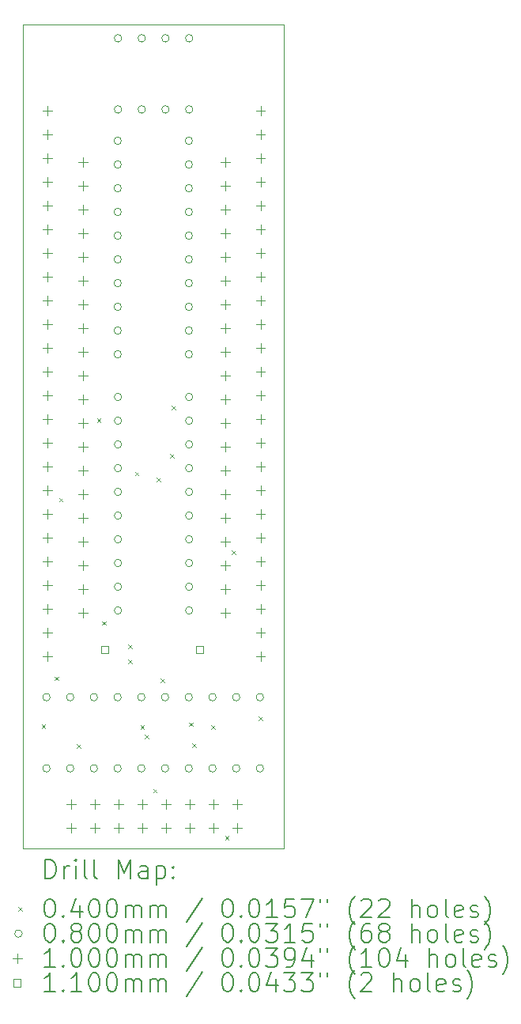
<source format=gbr>
%TF.GenerationSoftware,KiCad,Pcbnew,7.0.1*%
%TF.CreationDate,2023-05-22T13:15:03-07:00*%
%TF.ProjectId,tn9k_f18a,746e396b-5f66-4313-9861-2e6b69636164,rev?*%
%TF.SameCoordinates,Original*%
%TF.FileFunction,Drillmap*%
%TF.FilePolarity,Positive*%
%FSLAX45Y45*%
G04 Gerber Fmt 4.5, Leading zero omitted, Abs format (unit mm)*
G04 Created by KiCad (PCBNEW 7.0.1) date 2023-05-22 13:15:03*
%MOMM*%
%LPD*%
G01*
G04 APERTURE LIST*
%ADD10C,0.100000*%
%ADD11C,0.200000*%
%ADD12C,0.040000*%
%ADD13C,0.080000*%
%ADD14C,0.110000*%
G04 APERTURE END LIST*
D10*
X14721840Y-4093210D02*
X14721840Y-12919710D01*
X17515840Y-12919710D02*
X17515840Y-4093210D01*
X17515840Y-4093210D02*
X14721840Y-4093210D01*
X14721840Y-12919710D02*
X17515840Y-12919710D01*
D11*
D12*
X14924420Y-11589900D02*
X14964420Y-11629900D01*
X14964420Y-11589900D02*
X14924420Y-11629900D01*
X15065130Y-11077050D02*
X15105130Y-11117050D01*
X15105130Y-11077050D02*
X15065130Y-11117050D01*
X15111730Y-9163680D02*
X15151730Y-9203680D01*
X15151730Y-9163680D02*
X15111730Y-9203680D01*
X15303150Y-11802970D02*
X15343150Y-11842970D01*
X15343150Y-11802970D02*
X15303150Y-11842970D01*
X15517460Y-8312850D02*
X15557460Y-8352850D01*
X15557460Y-8312850D02*
X15517460Y-8352850D01*
X15570410Y-10485040D02*
X15610410Y-10525040D01*
X15610410Y-10485040D02*
X15570410Y-10525040D01*
X15852890Y-10735860D02*
X15892890Y-10775860D01*
X15892890Y-10735860D02*
X15852890Y-10775860D01*
X15854390Y-10891840D02*
X15894390Y-10931840D01*
X15894390Y-10891840D02*
X15854390Y-10931840D01*
X15924550Y-8882820D02*
X15964550Y-8922820D01*
X15964550Y-8882820D02*
X15924550Y-8922820D01*
X15982040Y-11598520D02*
X16022040Y-11638520D01*
X16022040Y-11598520D02*
X15982040Y-11638520D01*
X16031450Y-11696140D02*
X16071450Y-11736140D01*
X16071450Y-11696140D02*
X16031450Y-11736140D01*
X16118490Y-12278350D02*
X16158490Y-12318350D01*
X16158490Y-12278350D02*
X16118490Y-12318350D01*
X16156370Y-8945700D02*
X16196370Y-8985700D01*
X16196370Y-8945700D02*
X16156370Y-8985700D01*
X16197380Y-11095450D02*
X16237380Y-11135450D01*
X16237380Y-11095450D02*
X16197380Y-11135450D01*
X16297580Y-8692300D02*
X16337580Y-8732300D01*
X16337580Y-8692300D02*
X16297580Y-8732300D01*
X16316340Y-8177180D02*
X16356340Y-8217180D01*
X16356340Y-8177180D02*
X16316340Y-8217180D01*
X16504150Y-11567420D02*
X16544150Y-11607420D01*
X16544150Y-11567420D02*
X16504150Y-11607420D01*
X16535000Y-11790940D02*
X16575000Y-11830940D01*
X16575000Y-11790940D02*
X16535000Y-11830940D01*
X16741160Y-11598620D02*
X16781160Y-11638620D01*
X16781160Y-11598620D02*
X16741160Y-11638620D01*
X16889670Y-12784910D02*
X16929670Y-12824910D01*
X16929670Y-12784910D02*
X16889670Y-12824910D01*
X16960730Y-9729200D02*
X17000730Y-9769200D01*
X17000730Y-9729200D02*
X16960730Y-9769200D01*
X17246190Y-11502120D02*
X17286190Y-11542120D01*
X17286190Y-11502120D02*
X17246190Y-11542120D01*
D13*
X15016340Y-11296920D02*
G75*
G03*
X15016340Y-11296920I-40000J0D01*
G01*
X15016340Y-12058920D02*
G75*
G03*
X15016340Y-12058920I-40000J0D01*
G01*
X15270340Y-11296920D02*
G75*
G03*
X15270340Y-11296920I-40000J0D01*
G01*
X15270340Y-12058920D02*
G75*
G03*
X15270340Y-12058920I-40000J0D01*
G01*
X15524340Y-11296920D02*
G75*
G03*
X15524340Y-11296920I-40000J0D01*
G01*
X15524340Y-12058920D02*
G75*
G03*
X15524340Y-12058920I-40000J0D01*
G01*
X15778340Y-11296920D02*
G75*
G03*
X15778340Y-11296920I-40000J0D01*
G01*
X15778340Y-12058920D02*
G75*
G03*
X15778340Y-12058920I-40000J0D01*
G01*
X15778840Y-5339580D02*
G75*
G03*
X15778840Y-5339580I-40000J0D01*
G01*
X15778840Y-5593580D02*
G75*
G03*
X15778840Y-5593580I-40000J0D01*
G01*
X15778840Y-5847580D02*
G75*
G03*
X15778840Y-5847580I-40000J0D01*
G01*
X15778840Y-6101580D02*
G75*
G03*
X15778840Y-6101580I-40000J0D01*
G01*
X15778840Y-6355580D02*
G75*
G03*
X15778840Y-6355580I-40000J0D01*
G01*
X15778840Y-6609580D02*
G75*
G03*
X15778840Y-6609580I-40000J0D01*
G01*
X15778840Y-6863580D02*
G75*
G03*
X15778840Y-6863580I-40000J0D01*
G01*
X15778840Y-7117580D02*
G75*
G03*
X15778840Y-7117580I-40000J0D01*
G01*
X15778840Y-7371580D02*
G75*
G03*
X15778840Y-7371580I-40000J0D01*
G01*
X15778840Y-7625580D02*
G75*
G03*
X15778840Y-7625580I-40000J0D01*
G01*
X15782920Y-4241800D02*
G75*
G03*
X15782920Y-4241800I-40000J0D01*
G01*
X15782920Y-5003800D02*
G75*
G03*
X15782920Y-5003800I-40000J0D01*
G01*
X15782920Y-8082280D02*
G75*
G03*
X15782920Y-8082280I-40000J0D01*
G01*
X15782920Y-8336280D02*
G75*
G03*
X15782920Y-8336280I-40000J0D01*
G01*
X15782920Y-8590280D02*
G75*
G03*
X15782920Y-8590280I-40000J0D01*
G01*
X15782920Y-8844280D02*
G75*
G03*
X15782920Y-8844280I-40000J0D01*
G01*
X15782920Y-9098280D02*
G75*
G03*
X15782920Y-9098280I-40000J0D01*
G01*
X15782920Y-9352280D02*
G75*
G03*
X15782920Y-9352280I-40000J0D01*
G01*
X15782920Y-9606280D02*
G75*
G03*
X15782920Y-9606280I-40000J0D01*
G01*
X15782920Y-9860280D02*
G75*
G03*
X15782920Y-9860280I-40000J0D01*
G01*
X15782920Y-10114280D02*
G75*
G03*
X15782920Y-10114280I-40000J0D01*
G01*
X15782920Y-10368280D02*
G75*
G03*
X15782920Y-10368280I-40000J0D01*
G01*
X16032340Y-11296920D02*
G75*
G03*
X16032340Y-11296920I-40000J0D01*
G01*
X16032340Y-12058920D02*
G75*
G03*
X16032340Y-12058920I-40000J0D01*
G01*
X16036920Y-4241800D02*
G75*
G03*
X16036920Y-4241800I-40000J0D01*
G01*
X16036920Y-5003800D02*
G75*
G03*
X16036920Y-5003800I-40000J0D01*
G01*
X16286340Y-11296920D02*
G75*
G03*
X16286340Y-11296920I-40000J0D01*
G01*
X16286340Y-12058920D02*
G75*
G03*
X16286340Y-12058920I-40000J0D01*
G01*
X16290920Y-4241800D02*
G75*
G03*
X16290920Y-4241800I-40000J0D01*
G01*
X16290920Y-5003800D02*
G75*
G03*
X16290920Y-5003800I-40000J0D01*
G01*
X16540340Y-11296920D02*
G75*
G03*
X16540340Y-11296920I-40000J0D01*
G01*
X16540340Y-12058920D02*
G75*
G03*
X16540340Y-12058920I-40000J0D01*
G01*
X16540840Y-5339580D02*
G75*
G03*
X16540840Y-5339580I-40000J0D01*
G01*
X16540840Y-5593580D02*
G75*
G03*
X16540840Y-5593580I-40000J0D01*
G01*
X16540840Y-5847580D02*
G75*
G03*
X16540840Y-5847580I-40000J0D01*
G01*
X16540840Y-6101580D02*
G75*
G03*
X16540840Y-6101580I-40000J0D01*
G01*
X16540840Y-6355580D02*
G75*
G03*
X16540840Y-6355580I-40000J0D01*
G01*
X16540840Y-6609580D02*
G75*
G03*
X16540840Y-6609580I-40000J0D01*
G01*
X16540840Y-6863580D02*
G75*
G03*
X16540840Y-6863580I-40000J0D01*
G01*
X16540840Y-7117580D02*
G75*
G03*
X16540840Y-7117580I-40000J0D01*
G01*
X16540840Y-7371580D02*
G75*
G03*
X16540840Y-7371580I-40000J0D01*
G01*
X16540840Y-7625580D02*
G75*
G03*
X16540840Y-7625580I-40000J0D01*
G01*
X16544920Y-4241800D02*
G75*
G03*
X16544920Y-4241800I-40000J0D01*
G01*
X16544920Y-5003800D02*
G75*
G03*
X16544920Y-5003800I-40000J0D01*
G01*
X16544920Y-8082280D02*
G75*
G03*
X16544920Y-8082280I-40000J0D01*
G01*
X16544920Y-8336280D02*
G75*
G03*
X16544920Y-8336280I-40000J0D01*
G01*
X16544920Y-8590280D02*
G75*
G03*
X16544920Y-8590280I-40000J0D01*
G01*
X16544920Y-8844280D02*
G75*
G03*
X16544920Y-8844280I-40000J0D01*
G01*
X16544920Y-9098280D02*
G75*
G03*
X16544920Y-9098280I-40000J0D01*
G01*
X16544920Y-9352280D02*
G75*
G03*
X16544920Y-9352280I-40000J0D01*
G01*
X16544920Y-9606280D02*
G75*
G03*
X16544920Y-9606280I-40000J0D01*
G01*
X16544920Y-9860280D02*
G75*
G03*
X16544920Y-9860280I-40000J0D01*
G01*
X16544920Y-10114280D02*
G75*
G03*
X16544920Y-10114280I-40000J0D01*
G01*
X16544920Y-10368280D02*
G75*
G03*
X16544920Y-10368280I-40000J0D01*
G01*
X16794340Y-11296920D02*
G75*
G03*
X16794340Y-11296920I-40000J0D01*
G01*
X16794340Y-12058920D02*
G75*
G03*
X16794340Y-12058920I-40000J0D01*
G01*
X17048340Y-11296920D02*
G75*
G03*
X17048340Y-11296920I-40000J0D01*
G01*
X17048340Y-12058920D02*
G75*
G03*
X17048340Y-12058920I-40000J0D01*
G01*
X17302340Y-11296920D02*
G75*
G03*
X17302340Y-11296920I-40000J0D01*
G01*
X17302340Y-12058920D02*
G75*
G03*
X17302340Y-12058920I-40000J0D01*
G01*
D10*
X14987730Y-4970040D02*
X14987730Y-5070040D01*
X14937730Y-5020040D02*
X15037730Y-5020040D01*
X14987730Y-5224040D02*
X14987730Y-5324040D01*
X14937730Y-5274040D02*
X15037730Y-5274040D01*
X14987730Y-5478040D02*
X14987730Y-5578040D01*
X14937730Y-5528040D02*
X15037730Y-5528040D01*
X14987730Y-5732040D02*
X14987730Y-5832040D01*
X14937730Y-5782040D02*
X15037730Y-5782040D01*
X14987730Y-5986040D02*
X14987730Y-6086040D01*
X14937730Y-6036040D02*
X15037730Y-6036040D01*
X14987730Y-6240040D02*
X14987730Y-6340040D01*
X14937730Y-6290040D02*
X15037730Y-6290040D01*
X14987730Y-6494040D02*
X14987730Y-6594040D01*
X14937730Y-6544040D02*
X15037730Y-6544040D01*
X14987730Y-6748040D02*
X14987730Y-6848040D01*
X14937730Y-6798040D02*
X15037730Y-6798040D01*
X14987730Y-7002040D02*
X14987730Y-7102040D01*
X14937730Y-7052040D02*
X15037730Y-7052040D01*
X14987730Y-7256040D02*
X14987730Y-7356040D01*
X14937730Y-7306040D02*
X15037730Y-7306040D01*
X14987730Y-7510040D02*
X14987730Y-7610040D01*
X14937730Y-7560040D02*
X15037730Y-7560040D01*
X14987730Y-7764040D02*
X14987730Y-7864040D01*
X14937730Y-7814040D02*
X15037730Y-7814040D01*
X14987730Y-8018040D02*
X14987730Y-8118040D01*
X14937730Y-8068040D02*
X15037730Y-8068040D01*
X14987730Y-8272040D02*
X14987730Y-8372040D01*
X14937730Y-8322040D02*
X15037730Y-8322040D01*
X14987730Y-8526040D02*
X14987730Y-8626040D01*
X14937730Y-8576040D02*
X15037730Y-8576040D01*
X14987730Y-8780040D02*
X14987730Y-8880040D01*
X14937730Y-8830040D02*
X15037730Y-8830040D01*
X14987730Y-9034040D02*
X14987730Y-9134040D01*
X14937730Y-9084040D02*
X15037730Y-9084040D01*
X14987730Y-9288040D02*
X14987730Y-9388040D01*
X14937730Y-9338040D02*
X15037730Y-9338040D01*
X14987730Y-9542040D02*
X14987730Y-9642040D01*
X14937730Y-9592040D02*
X15037730Y-9592040D01*
X14987730Y-9796040D02*
X14987730Y-9896040D01*
X14937730Y-9846040D02*
X15037730Y-9846040D01*
X14987730Y-10050040D02*
X14987730Y-10150040D01*
X14937730Y-10100040D02*
X15037730Y-10100040D01*
X14987730Y-10304040D02*
X14987730Y-10404040D01*
X14937730Y-10354040D02*
X15037730Y-10354040D01*
X14987730Y-10558040D02*
X14987730Y-10658040D01*
X14937730Y-10608040D02*
X15037730Y-10608040D01*
X14987730Y-10812040D02*
X14987730Y-10912040D01*
X14937730Y-10862040D02*
X15037730Y-10862040D01*
X15240000Y-12396000D02*
X15240000Y-12496000D01*
X15190000Y-12446000D02*
X15290000Y-12446000D01*
X15240000Y-12650000D02*
X15240000Y-12750000D01*
X15190000Y-12700000D02*
X15290000Y-12700000D01*
X15367000Y-5517680D02*
X15367000Y-5617680D01*
X15317000Y-5567680D02*
X15417000Y-5567680D01*
X15367000Y-5771680D02*
X15367000Y-5871680D01*
X15317000Y-5821680D02*
X15417000Y-5821680D01*
X15367000Y-6025680D02*
X15367000Y-6125680D01*
X15317000Y-6075680D02*
X15417000Y-6075680D01*
X15367000Y-6279680D02*
X15367000Y-6379680D01*
X15317000Y-6329680D02*
X15417000Y-6329680D01*
X15367000Y-6533680D02*
X15367000Y-6633680D01*
X15317000Y-6583680D02*
X15417000Y-6583680D01*
X15367000Y-6787680D02*
X15367000Y-6887680D01*
X15317000Y-6837680D02*
X15417000Y-6837680D01*
X15367000Y-7041680D02*
X15367000Y-7141680D01*
X15317000Y-7091680D02*
X15417000Y-7091680D01*
X15367000Y-7295680D02*
X15367000Y-7395680D01*
X15317000Y-7345680D02*
X15417000Y-7345680D01*
X15367000Y-7549680D02*
X15367000Y-7649680D01*
X15317000Y-7599680D02*
X15417000Y-7599680D01*
X15367000Y-7803680D02*
X15367000Y-7903680D01*
X15317000Y-7853680D02*
X15417000Y-7853680D01*
X15367000Y-8057680D02*
X15367000Y-8157680D01*
X15317000Y-8107680D02*
X15417000Y-8107680D01*
X15367000Y-8311680D02*
X15367000Y-8411680D01*
X15317000Y-8361680D02*
X15417000Y-8361680D01*
X15367000Y-8565680D02*
X15367000Y-8665680D01*
X15317000Y-8615680D02*
X15417000Y-8615680D01*
X15367000Y-8819680D02*
X15367000Y-8919680D01*
X15317000Y-8869680D02*
X15417000Y-8869680D01*
X15367000Y-9073680D02*
X15367000Y-9173680D01*
X15317000Y-9123680D02*
X15417000Y-9123680D01*
X15367000Y-9327680D02*
X15367000Y-9427680D01*
X15317000Y-9377680D02*
X15417000Y-9377680D01*
X15367000Y-9581680D02*
X15367000Y-9681680D01*
X15317000Y-9631680D02*
X15417000Y-9631680D01*
X15367000Y-9835680D02*
X15367000Y-9935680D01*
X15317000Y-9885680D02*
X15417000Y-9885680D01*
X15367000Y-10089680D02*
X15367000Y-10189680D01*
X15317000Y-10139680D02*
X15417000Y-10139680D01*
X15367000Y-10343680D02*
X15367000Y-10443680D01*
X15317000Y-10393680D02*
X15417000Y-10393680D01*
X15494000Y-12396000D02*
X15494000Y-12496000D01*
X15444000Y-12446000D02*
X15544000Y-12446000D01*
X15494000Y-12650000D02*
X15494000Y-12750000D01*
X15444000Y-12700000D02*
X15544000Y-12700000D01*
X15748000Y-12396000D02*
X15748000Y-12496000D01*
X15698000Y-12446000D02*
X15798000Y-12446000D01*
X15748000Y-12650000D02*
X15748000Y-12750000D01*
X15698000Y-12700000D02*
X15798000Y-12700000D01*
X16002000Y-12396000D02*
X16002000Y-12496000D01*
X15952000Y-12446000D02*
X16052000Y-12446000D01*
X16002000Y-12650000D02*
X16002000Y-12750000D01*
X15952000Y-12700000D02*
X16052000Y-12700000D01*
X16256000Y-12396000D02*
X16256000Y-12496000D01*
X16206000Y-12446000D02*
X16306000Y-12446000D01*
X16256000Y-12650000D02*
X16256000Y-12750000D01*
X16206000Y-12700000D02*
X16306000Y-12700000D01*
X16510000Y-12396000D02*
X16510000Y-12496000D01*
X16460000Y-12446000D02*
X16560000Y-12446000D01*
X16510000Y-12650000D02*
X16510000Y-12750000D01*
X16460000Y-12700000D02*
X16560000Y-12700000D01*
X16764000Y-12396000D02*
X16764000Y-12496000D01*
X16714000Y-12446000D02*
X16814000Y-12446000D01*
X16764000Y-12650000D02*
X16764000Y-12750000D01*
X16714000Y-12700000D02*
X16814000Y-12700000D01*
X16891000Y-5517680D02*
X16891000Y-5617680D01*
X16841000Y-5567680D02*
X16941000Y-5567680D01*
X16891000Y-5771680D02*
X16891000Y-5871680D01*
X16841000Y-5821680D02*
X16941000Y-5821680D01*
X16891000Y-6025680D02*
X16891000Y-6125680D01*
X16841000Y-6075680D02*
X16941000Y-6075680D01*
X16891000Y-6279680D02*
X16891000Y-6379680D01*
X16841000Y-6329680D02*
X16941000Y-6329680D01*
X16891000Y-6533680D02*
X16891000Y-6633680D01*
X16841000Y-6583680D02*
X16941000Y-6583680D01*
X16891000Y-6787680D02*
X16891000Y-6887680D01*
X16841000Y-6837680D02*
X16941000Y-6837680D01*
X16891000Y-7041680D02*
X16891000Y-7141680D01*
X16841000Y-7091680D02*
X16941000Y-7091680D01*
X16891000Y-7295680D02*
X16891000Y-7395680D01*
X16841000Y-7345680D02*
X16941000Y-7345680D01*
X16891000Y-7549680D02*
X16891000Y-7649680D01*
X16841000Y-7599680D02*
X16941000Y-7599680D01*
X16891000Y-7803680D02*
X16891000Y-7903680D01*
X16841000Y-7853680D02*
X16941000Y-7853680D01*
X16891000Y-8057680D02*
X16891000Y-8157680D01*
X16841000Y-8107680D02*
X16941000Y-8107680D01*
X16891000Y-8311680D02*
X16891000Y-8411680D01*
X16841000Y-8361680D02*
X16941000Y-8361680D01*
X16891000Y-8565680D02*
X16891000Y-8665680D01*
X16841000Y-8615680D02*
X16941000Y-8615680D01*
X16891000Y-8819680D02*
X16891000Y-8919680D01*
X16841000Y-8869680D02*
X16941000Y-8869680D01*
X16891000Y-9073680D02*
X16891000Y-9173680D01*
X16841000Y-9123680D02*
X16941000Y-9123680D01*
X16891000Y-9327680D02*
X16891000Y-9427680D01*
X16841000Y-9377680D02*
X16941000Y-9377680D01*
X16891000Y-9581680D02*
X16891000Y-9681680D01*
X16841000Y-9631680D02*
X16941000Y-9631680D01*
X16891000Y-9835680D02*
X16891000Y-9935680D01*
X16841000Y-9885680D02*
X16941000Y-9885680D01*
X16891000Y-10089680D02*
X16891000Y-10189680D01*
X16841000Y-10139680D02*
X16941000Y-10139680D01*
X16891000Y-10343680D02*
X16891000Y-10443680D01*
X16841000Y-10393680D02*
X16941000Y-10393680D01*
X17018000Y-12396000D02*
X17018000Y-12496000D01*
X16968000Y-12446000D02*
X17068000Y-12446000D01*
X17018000Y-12650000D02*
X17018000Y-12750000D01*
X16968000Y-12700000D02*
X17068000Y-12700000D01*
X17269420Y-4970040D02*
X17269420Y-5070040D01*
X17219420Y-5020040D02*
X17319420Y-5020040D01*
X17269420Y-5224040D02*
X17269420Y-5324040D01*
X17219420Y-5274040D02*
X17319420Y-5274040D01*
X17269420Y-5478040D02*
X17269420Y-5578040D01*
X17219420Y-5528040D02*
X17319420Y-5528040D01*
X17269420Y-5732040D02*
X17269420Y-5832040D01*
X17219420Y-5782040D02*
X17319420Y-5782040D01*
X17269420Y-5986040D02*
X17269420Y-6086040D01*
X17219420Y-6036040D02*
X17319420Y-6036040D01*
X17269420Y-6240040D02*
X17269420Y-6340040D01*
X17219420Y-6290040D02*
X17319420Y-6290040D01*
X17269420Y-6494040D02*
X17269420Y-6594040D01*
X17219420Y-6544040D02*
X17319420Y-6544040D01*
X17269420Y-6748040D02*
X17269420Y-6848040D01*
X17219420Y-6798040D02*
X17319420Y-6798040D01*
X17269420Y-7002040D02*
X17269420Y-7102040D01*
X17219420Y-7052040D02*
X17319420Y-7052040D01*
X17269420Y-7256040D02*
X17269420Y-7356040D01*
X17219420Y-7306040D02*
X17319420Y-7306040D01*
X17269420Y-7510040D02*
X17269420Y-7610040D01*
X17219420Y-7560040D02*
X17319420Y-7560040D01*
X17269420Y-7764040D02*
X17269420Y-7864040D01*
X17219420Y-7814040D02*
X17319420Y-7814040D01*
X17269420Y-8018040D02*
X17269420Y-8118040D01*
X17219420Y-8068040D02*
X17319420Y-8068040D01*
X17269420Y-8272040D02*
X17269420Y-8372040D01*
X17219420Y-8322040D02*
X17319420Y-8322040D01*
X17269420Y-8526040D02*
X17269420Y-8626040D01*
X17219420Y-8576040D02*
X17319420Y-8576040D01*
X17269420Y-8780040D02*
X17269420Y-8880040D01*
X17219420Y-8830040D02*
X17319420Y-8830040D01*
X17269420Y-9034040D02*
X17269420Y-9134040D01*
X17219420Y-9084040D02*
X17319420Y-9084040D01*
X17269420Y-9288040D02*
X17269420Y-9388040D01*
X17219420Y-9338040D02*
X17319420Y-9338040D01*
X17269420Y-9542040D02*
X17269420Y-9642040D01*
X17219420Y-9592040D02*
X17319420Y-9592040D01*
X17269420Y-9796040D02*
X17269420Y-9896040D01*
X17219420Y-9846040D02*
X17319420Y-9846040D01*
X17269420Y-10050040D02*
X17269420Y-10150040D01*
X17219420Y-10100040D02*
X17319420Y-10100040D01*
X17269420Y-10304040D02*
X17269420Y-10404040D01*
X17219420Y-10354040D02*
X17319420Y-10354040D01*
X17269420Y-10558040D02*
X17269420Y-10658040D01*
X17219420Y-10608040D02*
X17319420Y-10608040D01*
X17269420Y-10812040D02*
X17269420Y-10912040D01*
X17219420Y-10862040D02*
X17319420Y-10862040D01*
D14*
X15639571Y-10823731D02*
X15639571Y-10745949D01*
X15561789Y-10745949D01*
X15561789Y-10823731D01*
X15639571Y-10823731D01*
X16655571Y-10823731D02*
X16655571Y-10745949D01*
X16577789Y-10745949D01*
X16577789Y-10823731D01*
X16655571Y-10823731D01*
D11*
X14964459Y-13237234D02*
X14964459Y-13037234D01*
X14964459Y-13037234D02*
X15012078Y-13037234D01*
X15012078Y-13037234D02*
X15040649Y-13046758D01*
X15040649Y-13046758D02*
X15059697Y-13065805D01*
X15059697Y-13065805D02*
X15069221Y-13084853D01*
X15069221Y-13084853D02*
X15078745Y-13122948D01*
X15078745Y-13122948D02*
X15078745Y-13151519D01*
X15078745Y-13151519D02*
X15069221Y-13189615D01*
X15069221Y-13189615D02*
X15059697Y-13208662D01*
X15059697Y-13208662D02*
X15040649Y-13227710D01*
X15040649Y-13227710D02*
X15012078Y-13237234D01*
X15012078Y-13237234D02*
X14964459Y-13237234D01*
X15164459Y-13237234D02*
X15164459Y-13103900D01*
X15164459Y-13141996D02*
X15173983Y-13122948D01*
X15173983Y-13122948D02*
X15183507Y-13113424D01*
X15183507Y-13113424D02*
X15202554Y-13103900D01*
X15202554Y-13103900D02*
X15221602Y-13103900D01*
X15288268Y-13237234D02*
X15288268Y-13103900D01*
X15288268Y-13037234D02*
X15278745Y-13046758D01*
X15278745Y-13046758D02*
X15288268Y-13056281D01*
X15288268Y-13056281D02*
X15297792Y-13046758D01*
X15297792Y-13046758D02*
X15288268Y-13037234D01*
X15288268Y-13037234D02*
X15288268Y-13056281D01*
X15412078Y-13237234D02*
X15393030Y-13227710D01*
X15393030Y-13227710D02*
X15383507Y-13208662D01*
X15383507Y-13208662D02*
X15383507Y-13037234D01*
X15516840Y-13237234D02*
X15497792Y-13227710D01*
X15497792Y-13227710D02*
X15488268Y-13208662D01*
X15488268Y-13208662D02*
X15488268Y-13037234D01*
X15745411Y-13237234D02*
X15745411Y-13037234D01*
X15745411Y-13037234D02*
X15812078Y-13180091D01*
X15812078Y-13180091D02*
X15878745Y-13037234D01*
X15878745Y-13037234D02*
X15878745Y-13237234D01*
X16059697Y-13237234D02*
X16059697Y-13132472D01*
X16059697Y-13132472D02*
X16050173Y-13113424D01*
X16050173Y-13113424D02*
X16031126Y-13103900D01*
X16031126Y-13103900D02*
X15993030Y-13103900D01*
X15993030Y-13103900D02*
X15973983Y-13113424D01*
X16059697Y-13227710D02*
X16040649Y-13237234D01*
X16040649Y-13237234D02*
X15993030Y-13237234D01*
X15993030Y-13237234D02*
X15973983Y-13227710D01*
X15973983Y-13227710D02*
X15964459Y-13208662D01*
X15964459Y-13208662D02*
X15964459Y-13189615D01*
X15964459Y-13189615D02*
X15973983Y-13170567D01*
X15973983Y-13170567D02*
X15993030Y-13161043D01*
X15993030Y-13161043D02*
X16040649Y-13161043D01*
X16040649Y-13161043D02*
X16059697Y-13151519D01*
X16154935Y-13103900D02*
X16154935Y-13303900D01*
X16154935Y-13113424D02*
X16173983Y-13103900D01*
X16173983Y-13103900D02*
X16212078Y-13103900D01*
X16212078Y-13103900D02*
X16231126Y-13113424D01*
X16231126Y-13113424D02*
X16240649Y-13122948D01*
X16240649Y-13122948D02*
X16250173Y-13141996D01*
X16250173Y-13141996D02*
X16250173Y-13199138D01*
X16250173Y-13199138D02*
X16240649Y-13218186D01*
X16240649Y-13218186D02*
X16231126Y-13227710D01*
X16231126Y-13227710D02*
X16212078Y-13237234D01*
X16212078Y-13237234D02*
X16173983Y-13237234D01*
X16173983Y-13237234D02*
X16154935Y-13227710D01*
X16335888Y-13218186D02*
X16345411Y-13227710D01*
X16345411Y-13227710D02*
X16335888Y-13237234D01*
X16335888Y-13237234D02*
X16326364Y-13227710D01*
X16326364Y-13227710D02*
X16335888Y-13218186D01*
X16335888Y-13218186D02*
X16335888Y-13237234D01*
X16335888Y-13113424D02*
X16345411Y-13122948D01*
X16345411Y-13122948D02*
X16335888Y-13132472D01*
X16335888Y-13132472D02*
X16326364Y-13122948D01*
X16326364Y-13122948D02*
X16335888Y-13113424D01*
X16335888Y-13113424D02*
X16335888Y-13132472D01*
D12*
X14676840Y-13544710D02*
X14716840Y-13584710D01*
X14716840Y-13544710D02*
X14676840Y-13584710D01*
D11*
X15002554Y-13457234D02*
X15021602Y-13457234D01*
X15021602Y-13457234D02*
X15040649Y-13466758D01*
X15040649Y-13466758D02*
X15050173Y-13476281D01*
X15050173Y-13476281D02*
X15059697Y-13495329D01*
X15059697Y-13495329D02*
X15069221Y-13533424D01*
X15069221Y-13533424D02*
X15069221Y-13581043D01*
X15069221Y-13581043D02*
X15059697Y-13619138D01*
X15059697Y-13619138D02*
X15050173Y-13638186D01*
X15050173Y-13638186D02*
X15040649Y-13647710D01*
X15040649Y-13647710D02*
X15021602Y-13657234D01*
X15021602Y-13657234D02*
X15002554Y-13657234D01*
X15002554Y-13657234D02*
X14983507Y-13647710D01*
X14983507Y-13647710D02*
X14973983Y-13638186D01*
X14973983Y-13638186D02*
X14964459Y-13619138D01*
X14964459Y-13619138D02*
X14954935Y-13581043D01*
X14954935Y-13581043D02*
X14954935Y-13533424D01*
X14954935Y-13533424D02*
X14964459Y-13495329D01*
X14964459Y-13495329D02*
X14973983Y-13476281D01*
X14973983Y-13476281D02*
X14983507Y-13466758D01*
X14983507Y-13466758D02*
X15002554Y-13457234D01*
X15154935Y-13638186D02*
X15164459Y-13647710D01*
X15164459Y-13647710D02*
X15154935Y-13657234D01*
X15154935Y-13657234D02*
X15145411Y-13647710D01*
X15145411Y-13647710D02*
X15154935Y-13638186D01*
X15154935Y-13638186D02*
X15154935Y-13657234D01*
X15335888Y-13523900D02*
X15335888Y-13657234D01*
X15288268Y-13447710D02*
X15240649Y-13590567D01*
X15240649Y-13590567D02*
X15364459Y-13590567D01*
X15478745Y-13457234D02*
X15497792Y-13457234D01*
X15497792Y-13457234D02*
X15516840Y-13466758D01*
X15516840Y-13466758D02*
X15526364Y-13476281D01*
X15526364Y-13476281D02*
X15535888Y-13495329D01*
X15535888Y-13495329D02*
X15545411Y-13533424D01*
X15545411Y-13533424D02*
X15545411Y-13581043D01*
X15545411Y-13581043D02*
X15535888Y-13619138D01*
X15535888Y-13619138D02*
X15526364Y-13638186D01*
X15526364Y-13638186D02*
X15516840Y-13647710D01*
X15516840Y-13647710D02*
X15497792Y-13657234D01*
X15497792Y-13657234D02*
X15478745Y-13657234D01*
X15478745Y-13657234D02*
X15459697Y-13647710D01*
X15459697Y-13647710D02*
X15450173Y-13638186D01*
X15450173Y-13638186D02*
X15440649Y-13619138D01*
X15440649Y-13619138D02*
X15431126Y-13581043D01*
X15431126Y-13581043D02*
X15431126Y-13533424D01*
X15431126Y-13533424D02*
X15440649Y-13495329D01*
X15440649Y-13495329D02*
X15450173Y-13476281D01*
X15450173Y-13476281D02*
X15459697Y-13466758D01*
X15459697Y-13466758D02*
X15478745Y-13457234D01*
X15669221Y-13457234D02*
X15688269Y-13457234D01*
X15688269Y-13457234D02*
X15707316Y-13466758D01*
X15707316Y-13466758D02*
X15716840Y-13476281D01*
X15716840Y-13476281D02*
X15726364Y-13495329D01*
X15726364Y-13495329D02*
X15735888Y-13533424D01*
X15735888Y-13533424D02*
X15735888Y-13581043D01*
X15735888Y-13581043D02*
X15726364Y-13619138D01*
X15726364Y-13619138D02*
X15716840Y-13638186D01*
X15716840Y-13638186D02*
X15707316Y-13647710D01*
X15707316Y-13647710D02*
X15688269Y-13657234D01*
X15688269Y-13657234D02*
X15669221Y-13657234D01*
X15669221Y-13657234D02*
X15650173Y-13647710D01*
X15650173Y-13647710D02*
X15640649Y-13638186D01*
X15640649Y-13638186D02*
X15631126Y-13619138D01*
X15631126Y-13619138D02*
X15621602Y-13581043D01*
X15621602Y-13581043D02*
X15621602Y-13533424D01*
X15621602Y-13533424D02*
X15631126Y-13495329D01*
X15631126Y-13495329D02*
X15640649Y-13476281D01*
X15640649Y-13476281D02*
X15650173Y-13466758D01*
X15650173Y-13466758D02*
X15669221Y-13457234D01*
X15821602Y-13657234D02*
X15821602Y-13523900D01*
X15821602Y-13542948D02*
X15831126Y-13533424D01*
X15831126Y-13533424D02*
X15850173Y-13523900D01*
X15850173Y-13523900D02*
X15878745Y-13523900D01*
X15878745Y-13523900D02*
X15897792Y-13533424D01*
X15897792Y-13533424D02*
X15907316Y-13552472D01*
X15907316Y-13552472D02*
X15907316Y-13657234D01*
X15907316Y-13552472D02*
X15916840Y-13533424D01*
X15916840Y-13533424D02*
X15935888Y-13523900D01*
X15935888Y-13523900D02*
X15964459Y-13523900D01*
X15964459Y-13523900D02*
X15983507Y-13533424D01*
X15983507Y-13533424D02*
X15993030Y-13552472D01*
X15993030Y-13552472D02*
X15993030Y-13657234D01*
X16088269Y-13657234D02*
X16088269Y-13523900D01*
X16088269Y-13542948D02*
X16097792Y-13533424D01*
X16097792Y-13533424D02*
X16116840Y-13523900D01*
X16116840Y-13523900D02*
X16145411Y-13523900D01*
X16145411Y-13523900D02*
X16164459Y-13533424D01*
X16164459Y-13533424D02*
X16173983Y-13552472D01*
X16173983Y-13552472D02*
X16173983Y-13657234D01*
X16173983Y-13552472D02*
X16183507Y-13533424D01*
X16183507Y-13533424D02*
X16202554Y-13523900D01*
X16202554Y-13523900D02*
X16231126Y-13523900D01*
X16231126Y-13523900D02*
X16250173Y-13533424D01*
X16250173Y-13533424D02*
X16259697Y-13552472D01*
X16259697Y-13552472D02*
X16259697Y-13657234D01*
X16650173Y-13447710D02*
X16478745Y-13704853D01*
X16907316Y-13457234D02*
X16926364Y-13457234D01*
X16926364Y-13457234D02*
X16945412Y-13466758D01*
X16945412Y-13466758D02*
X16954935Y-13476281D01*
X16954935Y-13476281D02*
X16964459Y-13495329D01*
X16964459Y-13495329D02*
X16973983Y-13533424D01*
X16973983Y-13533424D02*
X16973983Y-13581043D01*
X16973983Y-13581043D02*
X16964459Y-13619138D01*
X16964459Y-13619138D02*
X16954935Y-13638186D01*
X16954935Y-13638186D02*
X16945412Y-13647710D01*
X16945412Y-13647710D02*
X16926364Y-13657234D01*
X16926364Y-13657234D02*
X16907316Y-13657234D01*
X16907316Y-13657234D02*
X16888269Y-13647710D01*
X16888269Y-13647710D02*
X16878745Y-13638186D01*
X16878745Y-13638186D02*
X16869221Y-13619138D01*
X16869221Y-13619138D02*
X16859697Y-13581043D01*
X16859697Y-13581043D02*
X16859697Y-13533424D01*
X16859697Y-13533424D02*
X16869221Y-13495329D01*
X16869221Y-13495329D02*
X16878745Y-13476281D01*
X16878745Y-13476281D02*
X16888269Y-13466758D01*
X16888269Y-13466758D02*
X16907316Y-13457234D01*
X17059697Y-13638186D02*
X17069221Y-13647710D01*
X17069221Y-13647710D02*
X17059697Y-13657234D01*
X17059697Y-13657234D02*
X17050174Y-13647710D01*
X17050174Y-13647710D02*
X17059697Y-13638186D01*
X17059697Y-13638186D02*
X17059697Y-13657234D01*
X17193031Y-13457234D02*
X17212078Y-13457234D01*
X17212078Y-13457234D02*
X17231126Y-13466758D01*
X17231126Y-13466758D02*
X17240650Y-13476281D01*
X17240650Y-13476281D02*
X17250174Y-13495329D01*
X17250174Y-13495329D02*
X17259697Y-13533424D01*
X17259697Y-13533424D02*
X17259697Y-13581043D01*
X17259697Y-13581043D02*
X17250174Y-13619138D01*
X17250174Y-13619138D02*
X17240650Y-13638186D01*
X17240650Y-13638186D02*
X17231126Y-13647710D01*
X17231126Y-13647710D02*
X17212078Y-13657234D01*
X17212078Y-13657234D02*
X17193031Y-13657234D01*
X17193031Y-13657234D02*
X17173983Y-13647710D01*
X17173983Y-13647710D02*
X17164459Y-13638186D01*
X17164459Y-13638186D02*
X17154935Y-13619138D01*
X17154935Y-13619138D02*
X17145412Y-13581043D01*
X17145412Y-13581043D02*
X17145412Y-13533424D01*
X17145412Y-13533424D02*
X17154935Y-13495329D01*
X17154935Y-13495329D02*
X17164459Y-13476281D01*
X17164459Y-13476281D02*
X17173983Y-13466758D01*
X17173983Y-13466758D02*
X17193031Y-13457234D01*
X17450174Y-13657234D02*
X17335888Y-13657234D01*
X17393031Y-13657234D02*
X17393031Y-13457234D01*
X17393031Y-13457234D02*
X17373983Y-13485805D01*
X17373983Y-13485805D02*
X17354935Y-13504853D01*
X17354935Y-13504853D02*
X17335888Y-13514377D01*
X17631126Y-13457234D02*
X17535888Y-13457234D01*
X17535888Y-13457234D02*
X17526364Y-13552472D01*
X17526364Y-13552472D02*
X17535888Y-13542948D01*
X17535888Y-13542948D02*
X17554935Y-13533424D01*
X17554935Y-13533424D02*
X17602555Y-13533424D01*
X17602555Y-13533424D02*
X17621602Y-13542948D01*
X17621602Y-13542948D02*
X17631126Y-13552472D01*
X17631126Y-13552472D02*
X17640650Y-13571519D01*
X17640650Y-13571519D02*
X17640650Y-13619138D01*
X17640650Y-13619138D02*
X17631126Y-13638186D01*
X17631126Y-13638186D02*
X17621602Y-13647710D01*
X17621602Y-13647710D02*
X17602555Y-13657234D01*
X17602555Y-13657234D02*
X17554935Y-13657234D01*
X17554935Y-13657234D02*
X17535888Y-13647710D01*
X17535888Y-13647710D02*
X17526364Y-13638186D01*
X17707316Y-13457234D02*
X17840650Y-13457234D01*
X17840650Y-13457234D02*
X17754935Y-13657234D01*
X17907316Y-13457234D02*
X17907316Y-13495329D01*
X17983507Y-13457234D02*
X17983507Y-13495329D01*
X18278745Y-13733424D02*
X18269221Y-13723900D01*
X18269221Y-13723900D02*
X18250174Y-13695329D01*
X18250174Y-13695329D02*
X18240650Y-13676281D01*
X18240650Y-13676281D02*
X18231126Y-13647710D01*
X18231126Y-13647710D02*
X18221602Y-13600091D01*
X18221602Y-13600091D02*
X18221602Y-13561996D01*
X18221602Y-13561996D02*
X18231126Y-13514377D01*
X18231126Y-13514377D02*
X18240650Y-13485805D01*
X18240650Y-13485805D02*
X18250174Y-13466758D01*
X18250174Y-13466758D02*
X18269221Y-13438186D01*
X18269221Y-13438186D02*
X18278745Y-13428662D01*
X18345412Y-13476281D02*
X18354936Y-13466758D01*
X18354936Y-13466758D02*
X18373983Y-13457234D01*
X18373983Y-13457234D02*
X18421602Y-13457234D01*
X18421602Y-13457234D02*
X18440650Y-13466758D01*
X18440650Y-13466758D02*
X18450174Y-13476281D01*
X18450174Y-13476281D02*
X18459697Y-13495329D01*
X18459697Y-13495329D02*
X18459697Y-13514377D01*
X18459697Y-13514377D02*
X18450174Y-13542948D01*
X18450174Y-13542948D02*
X18335888Y-13657234D01*
X18335888Y-13657234D02*
X18459697Y-13657234D01*
X18535888Y-13476281D02*
X18545412Y-13466758D01*
X18545412Y-13466758D02*
X18564459Y-13457234D01*
X18564459Y-13457234D02*
X18612078Y-13457234D01*
X18612078Y-13457234D02*
X18631126Y-13466758D01*
X18631126Y-13466758D02*
X18640650Y-13476281D01*
X18640650Y-13476281D02*
X18650174Y-13495329D01*
X18650174Y-13495329D02*
X18650174Y-13514377D01*
X18650174Y-13514377D02*
X18640650Y-13542948D01*
X18640650Y-13542948D02*
X18526364Y-13657234D01*
X18526364Y-13657234D02*
X18650174Y-13657234D01*
X18888269Y-13657234D02*
X18888269Y-13457234D01*
X18973983Y-13657234D02*
X18973983Y-13552472D01*
X18973983Y-13552472D02*
X18964459Y-13533424D01*
X18964459Y-13533424D02*
X18945412Y-13523900D01*
X18945412Y-13523900D02*
X18916840Y-13523900D01*
X18916840Y-13523900D02*
X18897793Y-13533424D01*
X18897793Y-13533424D02*
X18888269Y-13542948D01*
X19097793Y-13657234D02*
X19078745Y-13647710D01*
X19078745Y-13647710D02*
X19069221Y-13638186D01*
X19069221Y-13638186D02*
X19059698Y-13619138D01*
X19059698Y-13619138D02*
X19059698Y-13561996D01*
X19059698Y-13561996D02*
X19069221Y-13542948D01*
X19069221Y-13542948D02*
X19078745Y-13533424D01*
X19078745Y-13533424D02*
X19097793Y-13523900D01*
X19097793Y-13523900D02*
X19126364Y-13523900D01*
X19126364Y-13523900D02*
X19145412Y-13533424D01*
X19145412Y-13533424D02*
X19154936Y-13542948D01*
X19154936Y-13542948D02*
X19164459Y-13561996D01*
X19164459Y-13561996D02*
X19164459Y-13619138D01*
X19164459Y-13619138D02*
X19154936Y-13638186D01*
X19154936Y-13638186D02*
X19145412Y-13647710D01*
X19145412Y-13647710D02*
X19126364Y-13657234D01*
X19126364Y-13657234D02*
X19097793Y-13657234D01*
X19278745Y-13657234D02*
X19259698Y-13647710D01*
X19259698Y-13647710D02*
X19250174Y-13628662D01*
X19250174Y-13628662D02*
X19250174Y-13457234D01*
X19431126Y-13647710D02*
X19412079Y-13657234D01*
X19412079Y-13657234D02*
X19373983Y-13657234D01*
X19373983Y-13657234D02*
X19354936Y-13647710D01*
X19354936Y-13647710D02*
X19345412Y-13628662D01*
X19345412Y-13628662D02*
X19345412Y-13552472D01*
X19345412Y-13552472D02*
X19354936Y-13533424D01*
X19354936Y-13533424D02*
X19373983Y-13523900D01*
X19373983Y-13523900D02*
X19412079Y-13523900D01*
X19412079Y-13523900D02*
X19431126Y-13533424D01*
X19431126Y-13533424D02*
X19440650Y-13552472D01*
X19440650Y-13552472D02*
X19440650Y-13571519D01*
X19440650Y-13571519D02*
X19345412Y-13590567D01*
X19516840Y-13647710D02*
X19535888Y-13657234D01*
X19535888Y-13657234D02*
X19573983Y-13657234D01*
X19573983Y-13657234D02*
X19593031Y-13647710D01*
X19593031Y-13647710D02*
X19602555Y-13628662D01*
X19602555Y-13628662D02*
X19602555Y-13619138D01*
X19602555Y-13619138D02*
X19593031Y-13600091D01*
X19593031Y-13600091D02*
X19573983Y-13590567D01*
X19573983Y-13590567D02*
X19545412Y-13590567D01*
X19545412Y-13590567D02*
X19526364Y-13581043D01*
X19526364Y-13581043D02*
X19516840Y-13561996D01*
X19516840Y-13561996D02*
X19516840Y-13552472D01*
X19516840Y-13552472D02*
X19526364Y-13533424D01*
X19526364Y-13533424D02*
X19545412Y-13523900D01*
X19545412Y-13523900D02*
X19573983Y-13523900D01*
X19573983Y-13523900D02*
X19593031Y-13533424D01*
X19669221Y-13733424D02*
X19678745Y-13723900D01*
X19678745Y-13723900D02*
X19697793Y-13695329D01*
X19697793Y-13695329D02*
X19707317Y-13676281D01*
X19707317Y-13676281D02*
X19716840Y-13647710D01*
X19716840Y-13647710D02*
X19726364Y-13600091D01*
X19726364Y-13600091D02*
X19726364Y-13561996D01*
X19726364Y-13561996D02*
X19716840Y-13514377D01*
X19716840Y-13514377D02*
X19707317Y-13485805D01*
X19707317Y-13485805D02*
X19697793Y-13466758D01*
X19697793Y-13466758D02*
X19678745Y-13438186D01*
X19678745Y-13438186D02*
X19669221Y-13428662D01*
D13*
X14716840Y-13828710D02*
G75*
G03*
X14716840Y-13828710I-40000J0D01*
G01*
D11*
X15002554Y-13721234D02*
X15021602Y-13721234D01*
X15021602Y-13721234D02*
X15040649Y-13730758D01*
X15040649Y-13730758D02*
X15050173Y-13740281D01*
X15050173Y-13740281D02*
X15059697Y-13759329D01*
X15059697Y-13759329D02*
X15069221Y-13797424D01*
X15069221Y-13797424D02*
X15069221Y-13845043D01*
X15069221Y-13845043D02*
X15059697Y-13883138D01*
X15059697Y-13883138D02*
X15050173Y-13902186D01*
X15050173Y-13902186D02*
X15040649Y-13911710D01*
X15040649Y-13911710D02*
X15021602Y-13921234D01*
X15021602Y-13921234D02*
X15002554Y-13921234D01*
X15002554Y-13921234D02*
X14983507Y-13911710D01*
X14983507Y-13911710D02*
X14973983Y-13902186D01*
X14973983Y-13902186D02*
X14964459Y-13883138D01*
X14964459Y-13883138D02*
X14954935Y-13845043D01*
X14954935Y-13845043D02*
X14954935Y-13797424D01*
X14954935Y-13797424D02*
X14964459Y-13759329D01*
X14964459Y-13759329D02*
X14973983Y-13740281D01*
X14973983Y-13740281D02*
X14983507Y-13730758D01*
X14983507Y-13730758D02*
X15002554Y-13721234D01*
X15154935Y-13902186D02*
X15164459Y-13911710D01*
X15164459Y-13911710D02*
X15154935Y-13921234D01*
X15154935Y-13921234D02*
X15145411Y-13911710D01*
X15145411Y-13911710D02*
X15154935Y-13902186D01*
X15154935Y-13902186D02*
X15154935Y-13921234D01*
X15278745Y-13806948D02*
X15259697Y-13797424D01*
X15259697Y-13797424D02*
X15250173Y-13787900D01*
X15250173Y-13787900D02*
X15240649Y-13768853D01*
X15240649Y-13768853D02*
X15240649Y-13759329D01*
X15240649Y-13759329D02*
X15250173Y-13740281D01*
X15250173Y-13740281D02*
X15259697Y-13730758D01*
X15259697Y-13730758D02*
X15278745Y-13721234D01*
X15278745Y-13721234D02*
X15316840Y-13721234D01*
X15316840Y-13721234D02*
X15335888Y-13730758D01*
X15335888Y-13730758D02*
X15345411Y-13740281D01*
X15345411Y-13740281D02*
X15354935Y-13759329D01*
X15354935Y-13759329D02*
X15354935Y-13768853D01*
X15354935Y-13768853D02*
X15345411Y-13787900D01*
X15345411Y-13787900D02*
X15335888Y-13797424D01*
X15335888Y-13797424D02*
X15316840Y-13806948D01*
X15316840Y-13806948D02*
X15278745Y-13806948D01*
X15278745Y-13806948D02*
X15259697Y-13816472D01*
X15259697Y-13816472D02*
X15250173Y-13825996D01*
X15250173Y-13825996D02*
X15240649Y-13845043D01*
X15240649Y-13845043D02*
X15240649Y-13883138D01*
X15240649Y-13883138D02*
X15250173Y-13902186D01*
X15250173Y-13902186D02*
X15259697Y-13911710D01*
X15259697Y-13911710D02*
X15278745Y-13921234D01*
X15278745Y-13921234D02*
X15316840Y-13921234D01*
X15316840Y-13921234D02*
X15335888Y-13911710D01*
X15335888Y-13911710D02*
X15345411Y-13902186D01*
X15345411Y-13902186D02*
X15354935Y-13883138D01*
X15354935Y-13883138D02*
X15354935Y-13845043D01*
X15354935Y-13845043D02*
X15345411Y-13825996D01*
X15345411Y-13825996D02*
X15335888Y-13816472D01*
X15335888Y-13816472D02*
X15316840Y-13806948D01*
X15478745Y-13721234D02*
X15497792Y-13721234D01*
X15497792Y-13721234D02*
X15516840Y-13730758D01*
X15516840Y-13730758D02*
X15526364Y-13740281D01*
X15526364Y-13740281D02*
X15535888Y-13759329D01*
X15535888Y-13759329D02*
X15545411Y-13797424D01*
X15545411Y-13797424D02*
X15545411Y-13845043D01*
X15545411Y-13845043D02*
X15535888Y-13883138D01*
X15535888Y-13883138D02*
X15526364Y-13902186D01*
X15526364Y-13902186D02*
X15516840Y-13911710D01*
X15516840Y-13911710D02*
X15497792Y-13921234D01*
X15497792Y-13921234D02*
X15478745Y-13921234D01*
X15478745Y-13921234D02*
X15459697Y-13911710D01*
X15459697Y-13911710D02*
X15450173Y-13902186D01*
X15450173Y-13902186D02*
X15440649Y-13883138D01*
X15440649Y-13883138D02*
X15431126Y-13845043D01*
X15431126Y-13845043D02*
X15431126Y-13797424D01*
X15431126Y-13797424D02*
X15440649Y-13759329D01*
X15440649Y-13759329D02*
X15450173Y-13740281D01*
X15450173Y-13740281D02*
X15459697Y-13730758D01*
X15459697Y-13730758D02*
X15478745Y-13721234D01*
X15669221Y-13721234D02*
X15688269Y-13721234D01*
X15688269Y-13721234D02*
X15707316Y-13730758D01*
X15707316Y-13730758D02*
X15716840Y-13740281D01*
X15716840Y-13740281D02*
X15726364Y-13759329D01*
X15726364Y-13759329D02*
X15735888Y-13797424D01*
X15735888Y-13797424D02*
X15735888Y-13845043D01*
X15735888Y-13845043D02*
X15726364Y-13883138D01*
X15726364Y-13883138D02*
X15716840Y-13902186D01*
X15716840Y-13902186D02*
X15707316Y-13911710D01*
X15707316Y-13911710D02*
X15688269Y-13921234D01*
X15688269Y-13921234D02*
X15669221Y-13921234D01*
X15669221Y-13921234D02*
X15650173Y-13911710D01*
X15650173Y-13911710D02*
X15640649Y-13902186D01*
X15640649Y-13902186D02*
X15631126Y-13883138D01*
X15631126Y-13883138D02*
X15621602Y-13845043D01*
X15621602Y-13845043D02*
X15621602Y-13797424D01*
X15621602Y-13797424D02*
X15631126Y-13759329D01*
X15631126Y-13759329D02*
X15640649Y-13740281D01*
X15640649Y-13740281D02*
X15650173Y-13730758D01*
X15650173Y-13730758D02*
X15669221Y-13721234D01*
X15821602Y-13921234D02*
X15821602Y-13787900D01*
X15821602Y-13806948D02*
X15831126Y-13797424D01*
X15831126Y-13797424D02*
X15850173Y-13787900D01*
X15850173Y-13787900D02*
X15878745Y-13787900D01*
X15878745Y-13787900D02*
X15897792Y-13797424D01*
X15897792Y-13797424D02*
X15907316Y-13816472D01*
X15907316Y-13816472D02*
X15907316Y-13921234D01*
X15907316Y-13816472D02*
X15916840Y-13797424D01*
X15916840Y-13797424D02*
X15935888Y-13787900D01*
X15935888Y-13787900D02*
X15964459Y-13787900D01*
X15964459Y-13787900D02*
X15983507Y-13797424D01*
X15983507Y-13797424D02*
X15993030Y-13816472D01*
X15993030Y-13816472D02*
X15993030Y-13921234D01*
X16088269Y-13921234D02*
X16088269Y-13787900D01*
X16088269Y-13806948D02*
X16097792Y-13797424D01*
X16097792Y-13797424D02*
X16116840Y-13787900D01*
X16116840Y-13787900D02*
X16145411Y-13787900D01*
X16145411Y-13787900D02*
X16164459Y-13797424D01*
X16164459Y-13797424D02*
X16173983Y-13816472D01*
X16173983Y-13816472D02*
X16173983Y-13921234D01*
X16173983Y-13816472D02*
X16183507Y-13797424D01*
X16183507Y-13797424D02*
X16202554Y-13787900D01*
X16202554Y-13787900D02*
X16231126Y-13787900D01*
X16231126Y-13787900D02*
X16250173Y-13797424D01*
X16250173Y-13797424D02*
X16259697Y-13816472D01*
X16259697Y-13816472D02*
X16259697Y-13921234D01*
X16650173Y-13711710D02*
X16478745Y-13968853D01*
X16907316Y-13721234D02*
X16926364Y-13721234D01*
X16926364Y-13721234D02*
X16945412Y-13730758D01*
X16945412Y-13730758D02*
X16954935Y-13740281D01*
X16954935Y-13740281D02*
X16964459Y-13759329D01*
X16964459Y-13759329D02*
X16973983Y-13797424D01*
X16973983Y-13797424D02*
X16973983Y-13845043D01*
X16973983Y-13845043D02*
X16964459Y-13883138D01*
X16964459Y-13883138D02*
X16954935Y-13902186D01*
X16954935Y-13902186D02*
X16945412Y-13911710D01*
X16945412Y-13911710D02*
X16926364Y-13921234D01*
X16926364Y-13921234D02*
X16907316Y-13921234D01*
X16907316Y-13921234D02*
X16888269Y-13911710D01*
X16888269Y-13911710D02*
X16878745Y-13902186D01*
X16878745Y-13902186D02*
X16869221Y-13883138D01*
X16869221Y-13883138D02*
X16859697Y-13845043D01*
X16859697Y-13845043D02*
X16859697Y-13797424D01*
X16859697Y-13797424D02*
X16869221Y-13759329D01*
X16869221Y-13759329D02*
X16878745Y-13740281D01*
X16878745Y-13740281D02*
X16888269Y-13730758D01*
X16888269Y-13730758D02*
X16907316Y-13721234D01*
X17059697Y-13902186D02*
X17069221Y-13911710D01*
X17069221Y-13911710D02*
X17059697Y-13921234D01*
X17059697Y-13921234D02*
X17050174Y-13911710D01*
X17050174Y-13911710D02*
X17059697Y-13902186D01*
X17059697Y-13902186D02*
X17059697Y-13921234D01*
X17193031Y-13721234D02*
X17212078Y-13721234D01*
X17212078Y-13721234D02*
X17231126Y-13730758D01*
X17231126Y-13730758D02*
X17240650Y-13740281D01*
X17240650Y-13740281D02*
X17250174Y-13759329D01*
X17250174Y-13759329D02*
X17259697Y-13797424D01*
X17259697Y-13797424D02*
X17259697Y-13845043D01*
X17259697Y-13845043D02*
X17250174Y-13883138D01*
X17250174Y-13883138D02*
X17240650Y-13902186D01*
X17240650Y-13902186D02*
X17231126Y-13911710D01*
X17231126Y-13911710D02*
X17212078Y-13921234D01*
X17212078Y-13921234D02*
X17193031Y-13921234D01*
X17193031Y-13921234D02*
X17173983Y-13911710D01*
X17173983Y-13911710D02*
X17164459Y-13902186D01*
X17164459Y-13902186D02*
X17154935Y-13883138D01*
X17154935Y-13883138D02*
X17145412Y-13845043D01*
X17145412Y-13845043D02*
X17145412Y-13797424D01*
X17145412Y-13797424D02*
X17154935Y-13759329D01*
X17154935Y-13759329D02*
X17164459Y-13740281D01*
X17164459Y-13740281D02*
X17173983Y-13730758D01*
X17173983Y-13730758D02*
X17193031Y-13721234D01*
X17326364Y-13721234D02*
X17450174Y-13721234D01*
X17450174Y-13721234D02*
X17383507Y-13797424D01*
X17383507Y-13797424D02*
X17412078Y-13797424D01*
X17412078Y-13797424D02*
X17431126Y-13806948D01*
X17431126Y-13806948D02*
X17440650Y-13816472D01*
X17440650Y-13816472D02*
X17450174Y-13835519D01*
X17450174Y-13835519D02*
X17450174Y-13883138D01*
X17450174Y-13883138D02*
X17440650Y-13902186D01*
X17440650Y-13902186D02*
X17431126Y-13911710D01*
X17431126Y-13911710D02*
X17412078Y-13921234D01*
X17412078Y-13921234D02*
X17354935Y-13921234D01*
X17354935Y-13921234D02*
X17335888Y-13911710D01*
X17335888Y-13911710D02*
X17326364Y-13902186D01*
X17640650Y-13921234D02*
X17526364Y-13921234D01*
X17583507Y-13921234D02*
X17583507Y-13721234D01*
X17583507Y-13721234D02*
X17564459Y-13749805D01*
X17564459Y-13749805D02*
X17545412Y-13768853D01*
X17545412Y-13768853D02*
X17526364Y-13778377D01*
X17821602Y-13721234D02*
X17726364Y-13721234D01*
X17726364Y-13721234D02*
X17716840Y-13816472D01*
X17716840Y-13816472D02*
X17726364Y-13806948D01*
X17726364Y-13806948D02*
X17745412Y-13797424D01*
X17745412Y-13797424D02*
X17793031Y-13797424D01*
X17793031Y-13797424D02*
X17812078Y-13806948D01*
X17812078Y-13806948D02*
X17821602Y-13816472D01*
X17821602Y-13816472D02*
X17831126Y-13835519D01*
X17831126Y-13835519D02*
X17831126Y-13883138D01*
X17831126Y-13883138D02*
X17821602Y-13902186D01*
X17821602Y-13902186D02*
X17812078Y-13911710D01*
X17812078Y-13911710D02*
X17793031Y-13921234D01*
X17793031Y-13921234D02*
X17745412Y-13921234D01*
X17745412Y-13921234D02*
X17726364Y-13911710D01*
X17726364Y-13911710D02*
X17716840Y-13902186D01*
X17907316Y-13721234D02*
X17907316Y-13759329D01*
X17983507Y-13721234D02*
X17983507Y-13759329D01*
X18278745Y-13997424D02*
X18269221Y-13987900D01*
X18269221Y-13987900D02*
X18250174Y-13959329D01*
X18250174Y-13959329D02*
X18240650Y-13940281D01*
X18240650Y-13940281D02*
X18231126Y-13911710D01*
X18231126Y-13911710D02*
X18221602Y-13864091D01*
X18221602Y-13864091D02*
X18221602Y-13825996D01*
X18221602Y-13825996D02*
X18231126Y-13778377D01*
X18231126Y-13778377D02*
X18240650Y-13749805D01*
X18240650Y-13749805D02*
X18250174Y-13730758D01*
X18250174Y-13730758D02*
X18269221Y-13702186D01*
X18269221Y-13702186D02*
X18278745Y-13692662D01*
X18440650Y-13721234D02*
X18402555Y-13721234D01*
X18402555Y-13721234D02*
X18383507Y-13730758D01*
X18383507Y-13730758D02*
X18373983Y-13740281D01*
X18373983Y-13740281D02*
X18354936Y-13768853D01*
X18354936Y-13768853D02*
X18345412Y-13806948D01*
X18345412Y-13806948D02*
X18345412Y-13883138D01*
X18345412Y-13883138D02*
X18354936Y-13902186D01*
X18354936Y-13902186D02*
X18364459Y-13911710D01*
X18364459Y-13911710D02*
X18383507Y-13921234D01*
X18383507Y-13921234D02*
X18421602Y-13921234D01*
X18421602Y-13921234D02*
X18440650Y-13911710D01*
X18440650Y-13911710D02*
X18450174Y-13902186D01*
X18450174Y-13902186D02*
X18459697Y-13883138D01*
X18459697Y-13883138D02*
X18459697Y-13835519D01*
X18459697Y-13835519D02*
X18450174Y-13816472D01*
X18450174Y-13816472D02*
X18440650Y-13806948D01*
X18440650Y-13806948D02*
X18421602Y-13797424D01*
X18421602Y-13797424D02*
X18383507Y-13797424D01*
X18383507Y-13797424D02*
X18364459Y-13806948D01*
X18364459Y-13806948D02*
X18354936Y-13816472D01*
X18354936Y-13816472D02*
X18345412Y-13835519D01*
X18573983Y-13806948D02*
X18554936Y-13797424D01*
X18554936Y-13797424D02*
X18545412Y-13787900D01*
X18545412Y-13787900D02*
X18535888Y-13768853D01*
X18535888Y-13768853D02*
X18535888Y-13759329D01*
X18535888Y-13759329D02*
X18545412Y-13740281D01*
X18545412Y-13740281D02*
X18554936Y-13730758D01*
X18554936Y-13730758D02*
X18573983Y-13721234D01*
X18573983Y-13721234D02*
X18612078Y-13721234D01*
X18612078Y-13721234D02*
X18631126Y-13730758D01*
X18631126Y-13730758D02*
X18640650Y-13740281D01*
X18640650Y-13740281D02*
X18650174Y-13759329D01*
X18650174Y-13759329D02*
X18650174Y-13768853D01*
X18650174Y-13768853D02*
X18640650Y-13787900D01*
X18640650Y-13787900D02*
X18631126Y-13797424D01*
X18631126Y-13797424D02*
X18612078Y-13806948D01*
X18612078Y-13806948D02*
X18573983Y-13806948D01*
X18573983Y-13806948D02*
X18554936Y-13816472D01*
X18554936Y-13816472D02*
X18545412Y-13825996D01*
X18545412Y-13825996D02*
X18535888Y-13845043D01*
X18535888Y-13845043D02*
X18535888Y-13883138D01*
X18535888Y-13883138D02*
X18545412Y-13902186D01*
X18545412Y-13902186D02*
X18554936Y-13911710D01*
X18554936Y-13911710D02*
X18573983Y-13921234D01*
X18573983Y-13921234D02*
X18612078Y-13921234D01*
X18612078Y-13921234D02*
X18631126Y-13911710D01*
X18631126Y-13911710D02*
X18640650Y-13902186D01*
X18640650Y-13902186D02*
X18650174Y-13883138D01*
X18650174Y-13883138D02*
X18650174Y-13845043D01*
X18650174Y-13845043D02*
X18640650Y-13825996D01*
X18640650Y-13825996D02*
X18631126Y-13816472D01*
X18631126Y-13816472D02*
X18612078Y-13806948D01*
X18888269Y-13921234D02*
X18888269Y-13721234D01*
X18973983Y-13921234D02*
X18973983Y-13816472D01*
X18973983Y-13816472D02*
X18964459Y-13797424D01*
X18964459Y-13797424D02*
X18945412Y-13787900D01*
X18945412Y-13787900D02*
X18916840Y-13787900D01*
X18916840Y-13787900D02*
X18897793Y-13797424D01*
X18897793Y-13797424D02*
X18888269Y-13806948D01*
X19097793Y-13921234D02*
X19078745Y-13911710D01*
X19078745Y-13911710D02*
X19069221Y-13902186D01*
X19069221Y-13902186D02*
X19059698Y-13883138D01*
X19059698Y-13883138D02*
X19059698Y-13825996D01*
X19059698Y-13825996D02*
X19069221Y-13806948D01*
X19069221Y-13806948D02*
X19078745Y-13797424D01*
X19078745Y-13797424D02*
X19097793Y-13787900D01*
X19097793Y-13787900D02*
X19126364Y-13787900D01*
X19126364Y-13787900D02*
X19145412Y-13797424D01*
X19145412Y-13797424D02*
X19154936Y-13806948D01*
X19154936Y-13806948D02*
X19164459Y-13825996D01*
X19164459Y-13825996D02*
X19164459Y-13883138D01*
X19164459Y-13883138D02*
X19154936Y-13902186D01*
X19154936Y-13902186D02*
X19145412Y-13911710D01*
X19145412Y-13911710D02*
X19126364Y-13921234D01*
X19126364Y-13921234D02*
X19097793Y-13921234D01*
X19278745Y-13921234D02*
X19259698Y-13911710D01*
X19259698Y-13911710D02*
X19250174Y-13892662D01*
X19250174Y-13892662D02*
X19250174Y-13721234D01*
X19431126Y-13911710D02*
X19412079Y-13921234D01*
X19412079Y-13921234D02*
X19373983Y-13921234D01*
X19373983Y-13921234D02*
X19354936Y-13911710D01*
X19354936Y-13911710D02*
X19345412Y-13892662D01*
X19345412Y-13892662D02*
X19345412Y-13816472D01*
X19345412Y-13816472D02*
X19354936Y-13797424D01*
X19354936Y-13797424D02*
X19373983Y-13787900D01*
X19373983Y-13787900D02*
X19412079Y-13787900D01*
X19412079Y-13787900D02*
X19431126Y-13797424D01*
X19431126Y-13797424D02*
X19440650Y-13816472D01*
X19440650Y-13816472D02*
X19440650Y-13835519D01*
X19440650Y-13835519D02*
X19345412Y-13854567D01*
X19516840Y-13911710D02*
X19535888Y-13921234D01*
X19535888Y-13921234D02*
X19573983Y-13921234D01*
X19573983Y-13921234D02*
X19593031Y-13911710D01*
X19593031Y-13911710D02*
X19602555Y-13892662D01*
X19602555Y-13892662D02*
X19602555Y-13883138D01*
X19602555Y-13883138D02*
X19593031Y-13864091D01*
X19593031Y-13864091D02*
X19573983Y-13854567D01*
X19573983Y-13854567D02*
X19545412Y-13854567D01*
X19545412Y-13854567D02*
X19526364Y-13845043D01*
X19526364Y-13845043D02*
X19516840Y-13825996D01*
X19516840Y-13825996D02*
X19516840Y-13816472D01*
X19516840Y-13816472D02*
X19526364Y-13797424D01*
X19526364Y-13797424D02*
X19545412Y-13787900D01*
X19545412Y-13787900D02*
X19573983Y-13787900D01*
X19573983Y-13787900D02*
X19593031Y-13797424D01*
X19669221Y-13997424D02*
X19678745Y-13987900D01*
X19678745Y-13987900D02*
X19697793Y-13959329D01*
X19697793Y-13959329D02*
X19707317Y-13940281D01*
X19707317Y-13940281D02*
X19716840Y-13911710D01*
X19716840Y-13911710D02*
X19726364Y-13864091D01*
X19726364Y-13864091D02*
X19726364Y-13825996D01*
X19726364Y-13825996D02*
X19716840Y-13778377D01*
X19716840Y-13778377D02*
X19707317Y-13749805D01*
X19707317Y-13749805D02*
X19697793Y-13730758D01*
X19697793Y-13730758D02*
X19678745Y-13702186D01*
X19678745Y-13702186D02*
X19669221Y-13692662D01*
D10*
X14666840Y-14042710D02*
X14666840Y-14142710D01*
X14616840Y-14092710D02*
X14716840Y-14092710D01*
D11*
X15069221Y-14185234D02*
X14954935Y-14185234D01*
X15012078Y-14185234D02*
X15012078Y-13985234D01*
X15012078Y-13985234D02*
X14993030Y-14013805D01*
X14993030Y-14013805D02*
X14973983Y-14032853D01*
X14973983Y-14032853D02*
X14954935Y-14042377D01*
X15154935Y-14166186D02*
X15164459Y-14175710D01*
X15164459Y-14175710D02*
X15154935Y-14185234D01*
X15154935Y-14185234D02*
X15145411Y-14175710D01*
X15145411Y-14175710D02*
X15154935Y-14166186D01*
X15154935Y-14166186D02*
X15154935Y-14185234D01*
X15288268Y-13985234D02*
X15307316Y-13985234D01*
X15307316Y-13985234D02*
X15326364Y-13994758D01*
X15326364Y-13994758D02*
X15335888Y-14004281D01*
X15335888Y-14004281D02*
X15345411Y-14023329D01*
X15345411Y-14023329D02*
X15354935Y-14061424D01*
X15354935Y-14061424D02*
X15354935Y-14109043D01*
X15354935Y-14109043D02*
X15345411Y-14147138D01*
X15345411Y-14147138D02*
X15335888Y-14166186D01*
X15335888Y-14166186D02*
X15326364Y-14175710D01*
X15326364Y-14175710D02*
X15307316Y-14185234D01*
X15307316Y-14185234D02*
X15288268Y-14185234D01*
X15288268Y-14185234D02*
X15269221Y-14175710D01*
X15269221Y-14175710D02*
X15259697Y-14166186D01*
X15259697Y-14166186D02*
X15250173Y-14147138D01*
X15250173Y-14147138D02*
X15240649Y-14109043D01*
X15240649Y-14109043D02*
X15240649Y-14061424D01*
X15240649Y-14061424D02*
X15250173Y-14023329D01*
X15250173Y-14023329D02*
X15259697Y-14004281D01*
X15259697Y-14004281D02*
X15269221Y-13994758D01*
X15269221Y-13994758D02*
X15288268Y-13985234D01*
X15478745Y-13985234D02*
X15497792Y-13985234D01*
X15497792Y-13985234D02*
X15516840Y-13994758D01*
X15516840Y-13994758D02*
X15526364Y-14004281D01*
X15526364Y-14004281D02*
X15535888Y-14023329D01*
X15535888Y-14023329D02*
X15545411Y-14061424D01*
X15545411Y-14061424D02*
X15545411Y-14109043D01*
X15545411Y-14109043D02*
X15535888Y-14147138D01*
X15535888Y-14147138D02*
X15526364Y-14166186D01*
X15526364Y-14166186D02*
X15516840Y-14175710D01*
X15516840Y-14175710D02*
X15497792Y-14185234D01*
X15497792Y-14185234D02*
X15478745Y-14185234D01*
X15478745Y-14185234D02*
X15459697Y-14175710D01*
X15459697Y-14175710D02*
X15450173Y-14166186D01*
X15450173Y-14166186D02*
X15440649Y-14147138D01*
X15440649Y-14147138D02*
X15431126Y-14109043D01*
X15431126Y-14109043D02*
X15431126Y-14061424D01*
X15431126Y-14061424D02*
X15440649Y-14023329D01*
X15440649Y-14023329D02*
X15450173Y-14004281D01*
X15450173Y-14004281D02*
X15459697Y-13994758D01*
X15459697Y-13994758D02*
X15478745Y-13985234D01*
X15669221Y-13985234D02*
X15688269Y-13985234D01*
X15688269Y-13985234D02*
X15707316Y-13994758D01*
X15707316Y-13994758D02*
X15716840Y-14004281D01*
X15716840Y-14004281D02*
X15726364Y-14023329D01*
X15726364Y-14023329D02*
X15735888Y-14061424D01*
X15735888Y-14061424D02*
X15735888Y-14109043D01*
X15735888Y-14109043D02*
X15726364Y-14147138D01*
X15726364Y-14147138D02*
X15716840Y-14166186D01*
X15716840Y-14166186D02*
X15707316Y-14175710D01*
X15707316Y-14175710D02*
X15688269Y-14185234D01*
X15688269Y-14185234D02*
X15669221Y-14185234D01*
X15669221Y-14185234D02*
X15650173Y-14175710D01*
X15650173Y-14175710D02*
X15640649Y-14166186D01*
X15640649Y-14166186D02*
X15631126Y-14147138D01*
X15631126Y-14147138D02*
X15621602Y-14109043D01*
X15621602Y-14109043D02*
X15621602Y-14061424D01*
X15621602Y-14061424D02*
X15631126Y-14023329D01*
X15631126Y-14023329D02*
X15640649Y-14004281D01*
X15640649Y-14004281D02*
X15650173Y-13994758D01*
X15650173Y-13994758D02*
X15669221Y-13985234D01*
X15821602Y-14185234D02*
X15821602Y-14051900D01*
X15821602Y-14070948D02*
X15831126Y-14061424D01*
X15831126Y-14061424D02*
X15850173Y-14051900D01*
X15850173Y-14051900D02*
X15878745Y-14051900D01*
X15878745Y-14051900D02*
X15897792Y-14061424D01*
X15897792Y-14061424D02*
X15907316Y-14080472D01*
X15907316Y-14080472D02*
X15907316Y-14185234D01*
X15907316Y-14080472D02*
X15916840Y-14061424D01*
X15916840Y-14061424D02*
X15935888Y-14051900D01*
X15935888Y-14051900D02*
X15964459Y-14051900D01*
X15964459Y-14051900D02*
X15983507Y-14061424D01*
X15983507Y-14061424D02*
X15993030Y-14080472D01*
X15993030Y-14080472D02*
X15993030Y-14185234D01*
X16088269Y-14185234D02*
X16088269Y-14051900D01*
X16088269Y-14070948D02*
X16097792Y-14061424D01*
X16097792Y-14061424D02*
X16116840Y-14051900D01*
X16116840Y-14051900D02*
X16145411Y-14051900D01*
X16145411Y-14051900D02*
X16164459Y-14061424D01*
X16164459Y-14061424D02*
X16173983Y-14080472D01*
X16173983Y-14080472D02*
X16173983Y-14185234D01*
X16173983Y-14080472D02*
X16183507Y-14061424D01*
X16183507Y-14061424D02*
X16202554Y-14051900D01*
X16202554Y-14051900D02*
X16231126Y-14051900D01*
X16231126Y-14051900D02*
X16250173Y-14061424D01*
X16250173Y-14061424D02*
X16259697Y-14080472D01*
X16259697Y-14080472D02*
X16259697Y-14185234D01*
X16650173Y-13975710D02*
X16478745Y-14232853D01*
X16907316Y-13985234D02*
X16926364Y-13985234D01*
X16926364Y-13985234D02*
X16945412Y-13994758D01*
X16945412Y-13994758D02*
X16954935Y-14004281D01*
X16954935Y-14004281D02*
X16964459Y-14023329D01*
X16964459Y-14023329D02*
X16973983Y-14061424D01*
X16973983Y-14061424D02*
X16973983Y-14109043D01*
X16973983Y-14109043D02*
X16964459Y-14147138D01*
X16964459Y-14147138D02*
X16954935Y-14166186D01*
X16954935Y-14166186D02*
X16945412Y-14175710D01*
X16945412Y-14175710D02*
X16926364Y-14185234D01*
X16926364Y-14185234D02*
X16907316Y-14185234D01*
X16907316Y-14185234D02*
X16888269Y-14175710D01*
X16888269Y-14175710D02*
X16878745Y-14166186D01*
X16878745Y-14166186D02*
X16869221Y-14147138D01*
X16869221Y-14147138D02*
X16859697Y-14109043D01*
X16859697Y-14109043D02*
X16859697Y-14061424D01*
X16859697Y-14061424D02*
X16869221Y-14023329D01*
X16869221Y-14023329D02*
X16878745Y-14004281D01*
X16878745Y-14004281D02*
X16888269Y-13994758D01*
X16888269Y-13994758D02*
X16907316Y-13985234D01*
X17059697Y-14166186D02*
X17069221Y-14175710D01*
X17069221Y-14175710D02*
X17059697Y-14185234D01*
X17059697Y-14185234D02*
X17050174Y-14175710D01*
X17050174Y-14175710D02*
X17059697Y-14166186D01*
X17059697Y-14166186D02*
X17059697Y-14185234D01*
X17193031Y-13985234D02*
X17212078Y-13985234D01*
X17212078Y-13985234D02*
X17231126Y-13994758D01*
X17231126Y-13994758D02*
X17240650Y-14004281D01*
X17240650Y-14004281D02*
X17250174Y-14023329D01*
X17250174Y-14023329D02*
X17259697Y-14061424D01*
X17259697Y-14061424D02*
X17259697Y-14109043D01*
X17259697Y-14109043D02*
X17250174Y-14147138D01*
X17250174Y-14147138D02*
X17240650Y-14166186D01*
X17240650Y-14166186D02*
X17231126Y-14175710D01*
X17231126Y-14175710D02*
X17212078Y-14185234D01*
X17212078Y-14185234D02*
X17193031Y-14185234D01*
X17193031Y-14185234D02*
X17173983Y-14175710D01*
X17173983Y-14175710D02*
X17164459Y-14166186D01*
X17164459Y-14166186D02*
X17154935Y-14147138D01*
X17154935Y-14147138D02*
X17145412Y-14109043D01*
X17145412Y-14109043D02*
X17145412Y-14061424D01*
X17145412Y-14061424D02*
X17154935Y-14023329D01*
X17154935Y-14023329D02*
X17164459Y-14004281D01*
X17164459Y-14004281D02*
X17173983Y-13994758D01*
X17173983Y-13994758D02*
X17193031Y-13985234D01*
X17326364Y-13985234D02*
X17450174Y-13985234D01*
X17450174Y-13985234D02*
X17383507Y-14061424D01*
X17383507Y-14061424D02*
X17412078Y-14061424D01*
X17412078Y-14061424D02*
X17431126Y-14070948D01*
X17431126Y-14070948D02*
X17440650Y-14080472D01*
X17440650Y-14080472D02*
X17450174Y-14099519D01*
X17450174Y-14099519D02*
X17450174Y-14147138D01*
X17450174Y-14147138D02*
X17440650Y-14166186D01*
X17440650Y-14166186D02*
X17431126Y-14175710D01*
X17431126Y-14175710D02*
X17412078Y-14185234D01*
X17412078Y-14185234D02*
X17354935Y-14185234D01*
X17354935Y-14185234D02*
X17335888Y-14175710D01*
X17335888Y-14175710D02*
X17326364Y-14166186D01*
X17545412Y-14185234D02*
X17583507Y-14185234D01*
X17583507Y-14185234D02*
X17602555Y-14175710D01*
X17602555Y-14175710D02*
X17612078Y-14166186D01*
X17612078Y-14166186D02*
X17631126Y-14137615D01*
X17631126Y-14137615D02*
X17640650Y-14099519D01*
X17640650Y-14099519D02*
X17640650Y-14023329D01*
X17640650Y-14023329D02*
X17631126Y-14004281D01*
X17631126Y-14004281D02*
X17621602Y-13994758D01*
X17621602Y-13994758D02*
X17602555Y-13985234D01*
X17602555Y-13985234D02*
X17564459Y-13985234D01*
X17564459Y-13985234D02*
X17545412Y-13994758D01*
X17545412Y-13994758D02*
X17535888Y-14004281D01*
X17535888Y-14004281D02*
X17526364Y-14023329D01*
X17526364Y-14023329D02*
X17526364Y-14070948D01*
X17526364Y-14070948D02*
X17535888Y-14089996D01*
X17535888Y-14089996D02*
X17545412Y-14099519D01*
X17545412Y-14099519D02*
X17564459Y-14109043D01*
X17564459Y-14109043D02*
X17602555Y-14109043D01*
X17602555Y-14109043D02*
X17621602Y-14099519D01*
X17621602Y-14099519D02*
X17631126Y-14089996D01*
X17631126Y-14089996D02*
X17640650Y-14070948D01*
X17812078Y-14051900D02*
X17812078Y-14185234D01*
X17764459Y-13975710D02*
X17716840Y-14118567D01*
X17716840Y-14118567D02*
X17840650Y-14118567D01*
X17907316Y-13985234D02*
X17907316Y-14023329D01*
X17983507Y-13985234D02*
X17983507Y-14023329D01*
X18278745Y-14261424D02*
X18269221Y-14251900D01*
X18269221Y-14251900D02*
X18250174Y-14223329D01*
X18250174Y-14223329D02*
X18240650Y-14204281D01*
X18240650Y-14204281D02*
X18231126Y-14175710D01*
X18231126Y-14175710D02*
X18221602Y-14128091D01*
X18221602Y-14128091D02*
X18221602Y-14089996D01*
X18221602Y-14089996D02*
X18231126Y-14042377D01*
X18231126Y-14042377D02*
X18240650Y-14013805D01*
X18240650Y-14013805D02*
X18250174Y-13994758D01*
X18250174Y-13994758D02*
X18269221Y-13966186D01*
X18269221Y-13966186D02*
X18278745Y-13956662D01*
X18459697Y-14185234D02*
X18345412Y-14185234D01*
X18402555Y-14185234D02*
X18402555Y-13985234D01*
X18402555Y-13985234D02*
X18383507Y-14013805D01*
X18383507Y-14013805D02*
X18364459Y-14032853D01*
X18364459Y-14032853D02*
X18345412Y-14042377D01*
X18583507Y-13985234D02*
X18602555Y-13985234D01*
X18602555Y-13985234D02*
X18621602Y-13994758D01*
X18621602Y-13994758D02*
X18631126Y-14004281D01*
X18631126Y-14004281D02*
X18640650Y-14023329D01*
X18640650Y-14023329D02*
X18650174Y-14061424D01*
X18650174Y-14061424D02*
X18650174Y-14109043D01*
X18650174Y-14109043D02*
X18640650Y-14147138D01*
X18640650Y-14147138D02*
X18631126Y-14166186D01*
X18631126Y-14166186D02*
X18621602Y-14175710D01*
X18621602Y-14175710D02*
X18602555Y-14185234D01*
X18602555Y-14185234D02*
X18583507Y-14185234D01*
X18583507Y-14185234D02*
X18564459Y-14175710D01*
X18564459Y-14175710D02*
X18554936Y-14166186D01*
X18554936Y-14166186D02*
X18545412Y-14147138D01*
X18545412Y-14147138D02*
X18535888Y-14109043D01*
X18535888Y-14109043D02*
X18535888Y-14061424D01*
X18535888Y-14061424D02*
X18545412Y-14023329D01*
X18545412Y-14023329D02*
X18554936Y-14004281D01*
X18554936Y-14004281D02*
X18564459Y-13994758D01*
X18564459Y-13994758D02*
X18583507Y-13985234D01*
X18821602Y-14051900D02*
X18821602Y-14185234D01*
X18773983Y-13975710D02*
X18726364Y-14118567D01*
X18726364Y-14118567D02*
X18850174Y-14118567D01*
X19078745Y-14185234D02*
X19078745Y-13985234D01*
X19164459Y-14185234D02*
X19164459Y-14080472D01*
X19164459Y-14080472D02*
X19154936Y-14061424D01*
X19154936Y-14061424D02*
X19135888Y-14051900D01*
X19135888Y-14051900D02*
X19107317Y-14051900D01*
X19107317Y-14051900D02*
X19088269Y-14061424D01*
X19088269Y-14061424D02*
X19078745Y-14070948D01*
X19288269Y-14185234D02*
X19269221Y-14175710D01*
X19269221Y-14175710D02*
X19259698Y-14166186D01*
X19259698Y-14166186D02*
X19250174Y-14147138D01*
X19250174Y-14147138D02*
X19250174Y-14089996D01*
X19250174Y-14089996D02*
X19259698Y-14070948D01*
X19259698Y-14070948D02*
X19269221Y-14061424D01*
X19269221Y-14061424D02*
X19288269Y-14051900D01*
X19288269Y-14051900D02*
X19316840Y-14051900D01*
X19316840Y-14051900D02*
X19335888Y-14061424D01*
X19335888Y-14061424D02*
X19345412Y-14070948D01*
X19345412Y-14070948D02*
X19354936Y-14089996D01*
X19354936Y-14089996D02*
X19354936Y-14147138D01*
X19354936Y-14147138D02*
X19345412Y-14166186D01*
X19345412Y-14166186D02*
X19335888Y-14175710D01*
X19335888Y-14175710D02*
X19316840Y-14185234D01*
X19316840Y-14185234D02*
X19288269Y-14185234D01*
X19469221Y-14185234D02*
X19450174Y-14175710D01*
X19450174Y-14175710D02*
X19440650Y-14156662D01*
X19440650Y-14156662D02*
X19440650Y-13985234D01*
X19621602Y-14175710D02*
X19602555Y-14185234D01*
X19602555Y-14185234D02*
X19564459Y-14185234D01*
X19564459Y-14185234D02*
X19545412Y-14175710D01*
X19545412Y-14175710D02*
X19535888Y-14156662D01*
X19535888Y-14156662D02*
X19535888Y-14080472D01*
X19535888Y-14080472D02*
X19545412Y-14061424D01*
X19545412Y-14061424D02*
X19564459Y-14051900D01*
X19564459Y-14051900D02*
X19602555Y-14051900D01*
X19602555Y-14051900D02*
X19621602Y-14061424D01*
X19621602Y-14061424D02*
X19631126Y-14080472D01*
X19631126Y-14080472D02*
X19631126Y-14099519D01*
X19631126Y-14099519D02*
X19535888Y-14118567D01*
X19707317Y-14175710D02*
X19726364Y-14185234D01*
X19726364Y-14185234D02*
X19764459Y-14185234D01*
X19764459Y-14185234D02*
X19783507Y-14175710D01*
X19783507Y-14175710D02*
X19793031Y-14156662D01*
X19793031Y-14156662D02*
X19793031Y-14147138D01*
X19793031Y-14147138D02*
X19783507Y-14128091D01*
X19783507Y-14128091D02*
X19764459Y-14118567D01*
X19764459Y-14118567D02*
X19735888Y-14118567D01*
X19735888Y-14118567D02*
X19716840Y-14109043D01*
X19716840Y-14109043D02*
X19707317Y-14089996D01*
X19707317Y-14089996D02*
X19707317Y-14080472D01*
X19707317Y-14080472D02*
X19716840Y-14061424D01*
X19716840Y-14061424D02*
X19735888Y-14051900D01*
X19735888Y-14051900D02*
X19764459Y-14051900D01*
X19764459Y-14051900D02*
X19783507Y-14061424D01*
X19859698Y-14261424D02*
X19869221Y-14251900D01*
X19869221Y-14251900D02*
X19888269Y-14223329D01*
X19888269Y-14223329D02*
X19897793Y-14204281D01*
X19897793Y-14204281D02*
X19907317Y-14175710D01*
X19907317Y-14175710D02*
X19916840Y-14128091D01*
X19916840Y-14128091D02*
X19916840Y-14089996D01*
X19916840Y-14089996D02*
X19907317Y-14042377D01*
X19907317Y-14042377D02*
X19897793Y-14013805D01*
X19897793Y-14013805D02*
X19888269Y-13994758D01*
X19888269Y-13994758D02*
X19869221Y-13966186D01*
X19869221Y-13966186D02*
X19859698Y-13956662D01*
D14*
X14700731Y-14395601D02*
X14700731Y-14317819D01*
X14622949Y-14317819D01*
X14622949Y-14395601D01*
X14700731Y-14395601D01*
D11*
X15069221Y-14449234D02*
X14954935Y-14449234D01*
X15012078Y-14449234D02*
X15012078Y-14249234D01*
X15012078Y-14249234D02*
X14993030Y-14277805D01*
X14993030Y-14277805D02*
X14973983Y-14296853D01*
X14973983Y-14296853D02*
X14954935Y-14306377D01*
X15154935Y-14430186D02*
X15164459Y-14439710D01*
X15164459Y-14439710D02*
X15154935Y-14449234D01*
X15154935Y-14449234D02*
X15145411Y-14439710D01*
X15145411Y-14439710D02*
X15154935Y-14430186D01*
X15154935Y-14430186D02*
X15154935Y-14449234D01*
X15354935Y-14449234D02*
X15240649Y-14449234D01*
X15297792Y-14449234D02*
X15297792Y-14249234D01*
X15297792Y-14249234D02*
X15278745Y-14277805D01*
X15278745Y-14277805D02*
X15259697Y-14296853D01*
X15259697Y-14296853D02*
X15240649Y-14306377D01*
X15478745Y-14249234D02*
X15497792Y-14249234D01*
X15497792Y-14249234D02*
X15516840Y-14258758D01*
X15516840Y-14258758D02*
X15526364Y-14268281D01*
X15526364Y-14268281D02*
X15535888Y-14287329D01*
X15535888Y-14287329D02*
X15545411Y-14325424D01*
X15545411Y-14325424D02*
X15545411Y-14373043D01*
X15545411Y-14373043D02*
X15535888Y-14411138D01*
X15535888Y-14411138D02*
X15526364Y-14430186D01*
X15526364Y-14430186D02*
X15516840Y-14439710D01*
X15516840Y-14439710D02*
X15497792Y-14449234D01*
X15497792Y-14449234D02*
X15478745Y-14449234D01*
X15478745Y-14449234D02*
X15459697Y-14439710D01*
X15459697Y-14439710D02*
X15450173Y-14430186D01*
X15450173Y-14430186D02*
X15440649Y-14411138D01*
X15440649Y-14411138D02*
X15431126Y-14373043D01*
X15431126Y-14373043D02*
X15431126Y-14325424D01*
X15431126Y-14325424D02*
X15440649Y-14287329D01*
X15440649Y-14287329D02*
X15450173Y-14268281D01*
X15450173Y-14268281D02*
X15459697Y-14258758D01*
X15459697Y-14258758D02*
X15478745Y-14249234D01*
X15669221Y-14249234D02*
X15688269Y-14249234D01*
X15688269Y-14249234D02*
X15707316Y-14258758D01*
X15707316Y-14258758D02*
X15716840Y-14268281D01*
X15716840Y-14268281D02*
X15726364Y-14287329D01*
X15726364Y-14287329D02*
X15735888Y-14325424D01*
X15735888Y-14325424D02*
X15735888Y-14373043D01*
X15735888Y-14373043D02*
X15726364Y-14411138D01*
X15726364Y-14411138D02*
X15716840Y-14430186D01*
X15716840Y-14430186D02*
X15707316Y-14439710D01*
X15707316Y-14439710D02*
X15688269Y-14449234D01*
X15688269Y-14449234D02*
X15669221Y-14449234D01*
X15669221Y-14449234D02*
X15650173Y-14439710D01*
X15650173Y-14439710D02*
X15640649Y-14430186D01*
X15640649Y-14430186D02*
X15631126Y-14411138D01*
X15631126Y-14411138D02*
X15621602Y-14373043D01*
X15621602Y-14373043D02*
X15621602Y-14325424D01*
X15621602Y-14325424D02*
X15631126Y-14287329D01*
X15631126Y-14287329D02*
X15640649Y-14268281D01*
X15640649Y-14268281D02*
X15650173Y-14258758D01*
X15650173Y-14258758D02*
X15669221Y-14249234D01*
X15821602Y-14449234D02*
X15821602Y-14315900D01*
X15821602Y-14334948D02*
X15831126Y-14325424D01*
X15831126Y-14325424D02*
X15850173Y-14315900D01*
X15850173Y-14315900D02*
X15878745Y-14315900D01*
X15878745Y-14315900D02*
X15897792Y-14325424D01*
X15897792Y-14325424D02*
X15907316Y-14344472D01*
X15907316Y-14344472D02*
X15907316Y-14449234D01*
X15907316Y-14344472D02*
X15916840Y-14325424D01*
X15916840Y-14325424D02*
X15935888Y-14315900D01*
X15935888Y-14315900D02*
X15964459Y-14315900D01*
X15964459Y-14315900D02*
X15983507Y-14325424D01*
X15983507Y-14325424D02*
X15993030Y-14344472D01*
X15993030Y-14344472D02*
X15993030Y-14449234D01*
X16088269Y-14449234D02*
X16088269Y-14315900D01*
X16088269Y-14334948D02*
X16097792Y-14325424D01*
X16097792Y-14325424D02*
X16116840Y-14315900D01*
X16116840Y-14315900D02*
X16145411Y-14315900D01*
X16145411Y-14315900D02*
X16164459Y-14325424D01*
X16164459Y-14325424D02*
X16173983Y-14344472D01*
X16173983Y-14344472D02*
X16173983Y-14449234D01*
X16173983Y-14344472D02*
X16183507Y-14325424D01*
X16183507Y-14325424D02*
X16202554Y-14315900D01*
X16202554Y-14315900D02*
X16231126Y-14315900D01*
X16231126Y-14315900D02*
X16250173Y-14325424D01*
X16250173Y-14325424D02*
X16259697Y-14344472D01*
X16259697Y-14344472D02*
X16259697Y-14449234D01*
X16650173Y-14239710D02*
X16478745Y-14496853D01*
X16907316Y-14249234D02*
X16926364Y-14249234D01*
X16926364Y-14249234D02*
X16945412Y-14258758D01*
X16945412Y-14258758D02*
X16954935Y-14268281D01*
X16954935Y-14268281D02*
X16964459Y-14287329D01*
X16964459Y-14287329D02*
X16973983Y-14325424D01*
X16973983Y-14325424D02*
X16973983Y-14373043D01*
X16973983Y-14373043D02*
X16964459Y-14411138D01*
X16964459Y-14411138D02*
X16954935Y-14430186D01*
X16954935Y-14430186D02*
X16945412Y-14439710D01*
X16945412Y-14439710D02*
X16926364Y-14449234D01*
X16926364Y-14449234D02*
X16907316Y-14449234D01*
X16907316Y-14449234D02*
X16888269Y-14439710D01*
X16888269Y-14439710D02*
X16878745Y-14430186D01*
X16878745Y-14430186D02*
X16869221Y-14411138D01*
X16869221Y-14411138D02*
X16859697Y-14373043D01*
X16859697Y-14373043D02*
X16859697Y-14325424D01*
X16859697Y-14325424D02*
X16869221Y-14287329D01*
X16869221Y-14287329D02*
X16878745Y-14268281D01*
X16878745Y-14268281D02*
X16888269Y-14258758D01*
X16888269Y-14258758D02*
X16907316Y-14249234D01*
X17059697Y-14430186D02*
X17069221Y-14439710D01*
X17069221Y-14439710D02*
X17059697Y-14449234D01*
X17059697Y-14449234D02*
X17050174Y-14439710D01*
X17050174Y-14439710D02*
X17059697Y-14430186D01*
X17059697Y-14430186D02*
X17059697Y-14449234D01*
X17193031Y-14249234D02*
X17212078Y-14249234D01*
X17212078Y-14249234D02*
X17231126Y-14258758D01*
X17231126Y-14258758D02*
X17240650Y-14268281D01*
X17240650Y-14268281D02*
X17250174Y-14287329D01*
X17250174Y-14287329D02*
X17259697Y-14325424D01*
X17259697Y-14325424D02*
X17259697Y-14373043D01*
X17259697Y-14373043D02*
X17250174Y-14411138D01*
X17250174Y-14411138D02*
X17240650Y-14430186D01*
X17240650Y-14430186D02*
X17231126Y-14439710D01*
X17231126Y-14439710D02*
X17212078Y-14449234D01*
X17212078Y-14449234D02*
X17193031Y-14449234D01*
X17193031Y-14449234D02*
X17173983Y-14439710D01*
X17173983Y-14439710D02*
X17164459Y-14430186D01*
X17164459Y-14430186D02*
X17154935Y-14411138D01*
X17154935Y-14411138D02*
X17145412Y-14373043D01*
X17145412Y-14373043D02*
X17145412Y-14325424D01*
X17145412Y-14325424D02*
X17154935Y-14287329D01*
X17154935Y-14287329D02*
X17164459Y-14268281D01*
X17164459Y-14268281D02*
X17173983Y-14258758D01*
X17173983Y-14258758D02*
X17193031Y-14249234D01*
X17431126Y-14315900D02*
X17431126Y-14449234D01*
X17383507Y-14239710D02*
X17335888Y-14382567D01*
X17335888Y-14382567D02*
X17459697Y-14382567D01*
X17516840Y-14249234D02*
X17640650Y-14249234D01*
X17640650Y-14249234D02*
X17573983Y-14325424D01*
X17573983Y-14325424D02*
X17602555Y-14325424D01*
X17602555Y-14325424D02*
X17621602Y-14334948D01*
X17621602Y-14334948D02*
X17631126Y-14344472D01*
X17631126Y-14344472D02*
X17640650Y-14363519D01*
X17640650Y-14363519D02*
X17640650Y-14411138D01*
X17640650Y-14411138D02*
X17631126Y-14430186D01*
X17631126Y-14430186D02*
X17621602Y-14439710D01*
X17621602Y-14439710D02*
X17602555Y-14449234D01*
X17602555Y-14449234D02*
X17545412Y-14449234D01*
X17545412Y-14449234D02*
X17526364Y-14439710D01*
X17526364Y-14439710D02*
X17516840Y-14430186D01*
X17707316Y-14249234D02*
X17831126Y-14249234D01*
X17831126Y-14249234D02*
X17764459Y-14325424D01*
X17764459Y-14325424D02*
X17793031Y-14325424D01*
X17793031Y-14325424D02*
X17812078Y-14334948D01*
X17812078Y-14334948D02*
X17821602Y-14344472D01*
X17821602Y-14344472D02*
X17831126Y-14363519D01*
X17831126Y-14363519D02*
X17831126Y-14411138D01*
X17831126Y-14411138D02*
X17821602Y-14430186D01*
X17821602Y-14430186D02*
X17812078Y-14439710D01*
X17812078Y-14439710D02*
X17793031Y-14449234D01*
X17793031Y-14449234D02*
X17735888Y-14449234D01*
X17735888Y-14449234D02*
X17716840Y-14439710D01*
X17716840Y-14439710D02*
X17707316Y-14430186D01*
X17907316Y-14249234D02*
X17907316Y-14287329D01*
X17983507Y-14249234D02*
X17983507Y-14287329D01*
X18278745Y-14525424D02*
X18269221Y-14515900D01*
X18269221Y-14515900D02*
X18250174Y-14487329D01*
X18250174Y-14487329D02*
X18240650Y-14468281D01*
X18240650Y-14468281D02*
X18231126Y-14439710D01*
X18231126Y-14439710D02*
X18221602Y-14392091D01*
X18221602Y-14392091D02*
X18221602Y-14353996D01*
X18221602Y-14353996D02*
X18231126Y-14306377D01*
X18231126Y-14306377D02*
X18240650Y-14277805D01*
X18240650Y-14277805D02*
X18250174Y-14258758D01*
X18250174Y-14258758D02*
X18269221Y-14230186D01*
X18269221Y-14230186D02*
X18278745Y-14220662D01*
X18345412Y-14268281D02*
X18354936Y-14258758D01*
X18354936Y-14258758D02*
X18373983Y-14249234D01*
X18373983Y-14249234D02*
X18421602Y-14249234D01*
X18421602Y-14249234D02*
X18440650Y-14258758D01*
X18440650Y-14258758D02*
X18450174Y-14268281D01*
X18450174Y-14268281D02*
X18459697Y-14287329D01*
X18459697Y-14287329D02*
X18459697Y-14306377D01*
X18459697Y-14306377D02*
X18450174Y-14334948D01*
X18450174Y-14334948D02*
X18335888Y-14449234D01*
X18335888Y-14449234D02*
X18459697Y-14449234D01*
X18697793Y-14449234D02*
X18697793Y-14249234D01*
X18783507Y-14449234D02*
X18783507Y-14344472D01*
X18783507Y-14344472D02*
X18773983Y-14325424D01*
X18773983Y-14325424D02*
X18754936Y-14315900D01*
X18754936Y-14315900D02*
X18726364Y-14315900D01*
X18726364Y-14315900D02*
X18707317Y-14325424D01*
X18707317Y-14325424D02*
X18697793Y-14334948D01*
X18907317Y-14449234D02*
X18888269Y-14439710D01*
X18888269Y-14439710D02*
X18878745Y-14430186D01*
X18878745Y-14430186D02*
X18869221Y-14411138D01*
X18869221Y-14411138D02*
X18869221Y-14353996D01*
X18869221Y-14353996D02*
X18878745Y-14334948D01*
X18878745Y-14334948D02*
X18888269Y-14325424D01*
X18888269Y-14325424D02*
X18907317Y-14315900D01*
X18907317Y-14315900D02*
X18935888Y-14315900D01*
X18935888Y-14315900D02*
X18954936Y-14325424D01*
X18954936Y-14325424D02*
X18964459Y-14334948D01*
X18964459Y-14334948D02*
X18973983Y-14353996D01*
X18973983Y-14353996D02*
X18973983Y-14411138D01*
X18973983Y-14411138D02*
X18964459Y-14430186D01*
X18964459Y-14430186D02*
X18954936Y-14439710D01*
X18954936Y-14439710D02*
X18935888Y-14449234D01*
X18935888Y-14449234D02*
X18907317Y-14449234D01*
X19088269Y-14449234D02*
X19069221Y-14439710D01*
X19069221Y-14439710D02*
X19059698Y-14420662D01*
X19059698Y-14420662D02*
X19059698Y-14249234D01*
X19240650Y-14439710D02*
X19221602Y-14449234D01*
X19221602Y-14449234D02*
X19183507Y-14449234D01*
X19183507Y-14449234D02*
X19164459Y-14439710D01*
X19164459Y-14439710D02*
X19154936Y-14420662D01*
X19154936Y-14420662D02*
X19154936Y-14344472D01*
X19154936Y-14344472D02*
X19164459Y-14325424D01*
X19164459Y-14325424D02*
X19183507Y-14315900D01*
X19183507Y-14315900D02*
X19221602Y-14315900D01*
X19221602Y-14315900D02*
X19240650Y-14325424D01*
X19240650Y-14325424D02*
X19250174Y-14344472D01*
X19250174Y-14344472D02*
X19250174Y-14363519D01*
X19250174Y-14363519D02*
X19154936Y-14382567D01*
X19326364Y-14439710D02*
X19345412Y-14449234D01*
X19345412Y-14449234D02*
X19383507Y-14449234D01*
X19383507Y-14449234D02*
X19402555Y-14439710D01*
X19402555Y-14439710D02*
X19412079Y-14420662D01*
X19412079Y-14420662D02*
X19412079Y-14411138D01*
X19412079Y-14411138D02*
X19402555Y-14392091D01*
X19402555Y-14392091D02*
X19383507Y-14382567D01*
X19383507Y-14382567D02*
X19354936Y-14382567D01*
X19354936Y-14382567D02*
X19335888Y-14373043D01*
X19335888Y-14373043D02*
X19326364Y-14353996D01*
X19326364Y-14353996D02*
X19326364Y-14344472D01*
X19326364Y-14344472D02*
X19335888Y-14325424D01*
X19335888Y-14325424D02*
X19354936Y-14315900D01*
X19354936Y-14315900D02*
X19383507Y-14315900D01*
X19383507Y-14315900D02*
X19402555Y-14325424D01*
X19478745Y-14525424D02*
X19488269Y-14515900D01*
X19488269Y-14515900D02*
X19507317Y-14487329D01*
X19507317Y-14487329D02*
X19516840Y-14468281D01*
X19516840Y-14468281D02*
X19526364Y-14439710D01*
X19526364Y-14439710D02*
X19535888Y-14392091D01*
X19535888Y-14392091D02*
X19535888Y-14353996D01*
X19535888Y-14353996D02*
X19526364Y-14306377D01*
X19526364Y-14306377D02*
X19516840Y-14277805D01*
X19516840Y-14277805D02*
X19507317Y-14258758D01*
X19507317Y-14258758D02*
X19488269Y-14230186D01*
X19488269Y-14230186D02*
X19478745Y-14220662D01*
M02*

</source>
